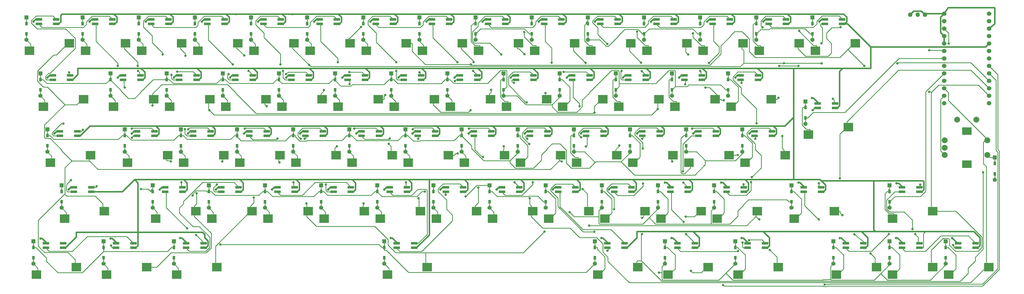
<source format=gbl>
G04 #@! TF.GenerationSoftware,KiCad,Pcbnew,(5.1.12)-1*
G04 #@! TF.CreationDate,2022-12-17T21:00:28+09:00*
G04 #@! TF.ProjectId,jtnk67,6a746e6b-3637-42e6-9b69-6361645f7063,rev?*
G04 #@! TF.SameCoordinates,Original*
G04 #@! TF.FileFunction,Copper,L2,Bot*
G04 #@! TF.FilePolarity,Positive*
%FSLAX46Y46*%
G04 Gerber Fmt 4.6, Leading zero omitted, Abs format (unit mm)*
G04 Created by KiCad (PCBNEW (5.1.12)-1) date 2022-12-17 21:00:28*
%MOMM*%
%LPD*%
G01*
G04 APERTURE LIST*
G04 #@! TA.AperFunction,SMDPad,CuDef*
%ADD10R,3.300000X3.000000*%
G04 #@! TD*
G04 #@! TA.AperFunction,ComponentPad*
%ADD11C,1.524000*%
G04 #@! TD*
G04 #@! TA.AperFunction,ComponentPad*
%ADD12C,2.000000*%
G04 #@! TD*
G04 #@! TA.AperFunction,ComponentPad*
%ADD13R,3.200000X2.500000*%
G04 #@! TD*
G04 #@! TA.AperFunction,SMDPad,CuDef*
%ADD14R,2.200000X0.820000*%
G04 #@! TD*
G04 #@! TA.AperFunction,ComponentPad*
%ADD15O,1.500000X1.500000*%
G04 #@! TD*
G04 #@! TA.AperFunction,ComponentPad*
%ADD16C,1.397000*%
G04 #@! TD*
G04 #@! TA.AperFunction,ComponentPad*
%ADD17R,1.397000X1.397000*%
G04 #@! TD*
G04 #@! TA.AperFunction,SMDPad,CuDef*
%ADD18R,0.950000X1.300000*%
G04 #@! TD*
G04 #@! TA.AperFunction,ViaPad*
%ADD19C,0.800000*%
G04 #@! TD*
G04 #@! TA.AperFunction,Conductor*
%ADD20C,0.250000*%
G04 #@! TD*
G04 #@! TA.AperFunction,Conductor*
%ADD21C,0.500000*%
G04 #@! TD*
G04 APERTURE END LIST*
D10*
X300294000Y-59690000D03*
X286794000Y-62230000D03*
X157419000Y-107315000D03*
X143919000Y-109855000D03*
D11*
X348082600Y-23622000D03*
X348082600Y-26162000D03*
X348082600Y-28702000D03*
X348082600Y-31242000D03*
X348082600Y-33782000D03*
X348082600Y-36322000D03*
X348082600Y-38862000D03*
X348082600Y-41402000D03*
X348082600Y-43942000D03*
X348082600Y-46482000D03*
X348082600Y-49022000D03*
X348082600Y-51562000D03*
X332862600Y-51562000D03*
X332862600Y-49022000D03*
X332862600Y-46482000D03*
X332862600Y-43942000D03*
X332862600Y-41402000D03*
X332862600Y-38862000D03*
X332862600Y-36322000D03*
X332862600Y-33782000D03*
X332862600Y-31242000D03*
X332862600Y-28702000D03*
X332862600Y-26162000D03*
X332862600Y-23622000D03*
X332862600Y-21082000D03*
X348082600Y-21082000D03*
D12*
X337269000Y-57150000D03*
X343769000Y-57150000D03*
X347519000Y-69175000D03*
X347519000Y-64175000D03*
D13*
X340519000Y-72275000D03*
X340519000Y-61075000D03*
D12*
X333019000Y-69175000D03*
X333019000Y-66675000D03*
X333019000Y-64175000D03*
D10*
X334369000Y-109895000D03*
X347969000Y-107355000D03*
X315319000Y-109895000D03*
X328919000Y-107355000D03*
X315319000Y-90845000D03*
X328919000Y-88305000D03*
X289125000Y-33695000D03*
X302725000Y-31155000D03*
X296269000Y-109895000D03*
X309869000Y-107355000D03*
X295581000Y-88305000D03*
X281981000Y-90845000D03*
X270075000Y-33695000D03*
X283675000Y-31155000D03*
X265312000Y-71795000D03*
X278912000Y-69255000D03*
X260550000Y-52745000D03*
X274150000Y-50205000D03*
X251025000Y-33695000D03*
X264625000Y-31155000D03*
X262931000Y-109895000D03*
X276531000Y-107355000D03*
X255788000Y-90845000D03*
X269388000Y-88305000D03*
X246262000Y-71795000D03*
X259862000Y-69255000D03*
X241500000Y-52745000D03*
X255100000Y-50205000D03*
X231975000Y-33695000D03*
X245575000Y-31155000D03*
X239119000Y-109895000D03*
X252719000Y-107355000D03*
X236738000Y-90845000D03*
X250338000Y-88305000D03*
X227212000Y-71795000D03*
X240812000Y-69255000D03*
X222450000Y-52745000D03*
X236050000Y-50205000D03*
X212925000Y-33695000D03*
X226525000Y-31155000D03*
X215306000Y-109895000D03*
X228906000Y-107355000D03*
X217688000Y-90845000D03*
X231288000Y-88305000D03*
X208162000Y-71795000D03*
X221762000Y-69255000D03*
X203400000Y-52745000D03*
X217000000Y-50205000D03*
X193875000Y-33695000D03*
X207475000Y-31155000D03*
X198638000Y-90845000D03*
X212238000Y-88305000D03*
X189112000Y-71795000D03*
X202712000Y-69255000D03*
X184350000Y-52745000D03*
X197950000Y-50205000D03*
X174825000Y-33695000D03*
X188425000Y-31155000D03*
X179588000Y-90845000D03*
X193188000Y-88305000D03*
X170062000Y-71795000D03*
X183662000Y-69255000D03*
X165300000Y-52745000D03*
X178900000Y-50205000D03*
X155775000Y-33695000D03*
X169375000Y-31155000D03*
X160538000Y-90845000D03*
X174138000Y-88305000D03*
X151012000Y-71795000D03*
X164612000Y-69255000D03*
X146250000Y-52745000D03*
X159850000Y-50205000D03*
X136725000Y-33695000D03*
X150325000Y-31155000D03*
X141488000Y-90845000D03*
X155088000Y-88305000D03*
X131962000Y-71795000D03*
X145562000Y-69255000D03*
X127200000Y-52745000D03*
X140800000Y-50205000D03*
X117675000Y-33695000D03*
X131275000Y-31155000D03*
X122438000Y-90845000D03*
X136038000Y-88305000D03*
X112912000Y-71795000D03*
X126512000Y-69255000D03*
X108150000Y-52745000D03*
X121750000Y-50205000D03*
X98625000Y-33695000D03*
X112225000Y-31155000D03*
X103388000Y-90845000D03*
X116988000Y-88305000D03*
X93862000Y-71795000D03*
X107462000Y-69255000D03*
X89100000Y-52745000D03*
X102700000Y-50205000D03*
X79575000Y-33695000D03*
X93175000Y-31155000D03*
X72431200Y-109895000D03*
X86031200Y-107355000D03*
X84337500Y-90845000D03*
X97937500Y-88305000D03*
X74812500Y-71795000D03*
X88412500Y-69255000D03*
X70050000Y-52745000D03*
X83650000Y-50205000D03*
X60525000Y-33695000D03*
X74125000Y-31155000D03*
X48618800Y-109895000D03*
X62218800Y-107355000D03*
X65287500Y-90845000D03*
X78887500Y-88305000D03*
X55762500Y-71795000D03*
X69362500Y-69255000D03*
X51000000Y-52745000D03*
X64600000Y-50205000D03*
X41475000Y-33695000D03*
X55075000Y-31155000D03*
X24806200Y-109895000D03*
X38406200Y-107355000D03*
X34381200Y-90805000D03*
X47881200Y-88265000D03*
X43168800Y-69255000D03*
X29568800Y-71795000D03*
X40787500Y-50205000D03*
X27187500Y-52745000D03*
X22425000Y-33695000D03*
X36025000Y-31155000D03*
D14*
X28006200Y-100762000D03*
X28006200Y-99262000D03*
X33906200Y-99262000D03*
X33906200Y-100762000D03*
X51818800Y-100762000D03*
X51818800Y-99262000D03*
X57718800Y-99262000D03*
X57718800Y-100762000D03*
X37531200Y-81712500D03*
X37531200Y-80212500D03*
X43431200Y-80212500D03*
X43431200Y-81712500D03*
X32768800Y-62662500D03*
X32768800Y-61162500D03*
X38668800Y-61162500D03*
X38668800Y-62662500D03*
X30387500Y-43612500D03*
X30387500Y-42112500D03*
X36287500Y-42112500D03*
X36287500Y-43612500D03*
X25625000Y-24562500D03*
X25625000Y-23062500D03*
X31525000Y-23062500D03*
X31525000Y-24562500D03*
X44675000Y-24562500D03*
X44675000Y-23062500D03*
X50575000Y-23062500D03*
X50575000Y-24562500D03*
X54200000Y-43612500D03*
X54200000Y-42112500D03*
X60100000Y-42112500D03*
X60100000Y-43612500D03*
X58962500Y-62662500D03*
X58962500Y-61162500D03*
X64862500Y-61162500D03*
X64862500Y-62662500D03*
X68487500Y-81712500D03*
X68487500Y-80212500D03*
X74387500Y-80212500D03*
X74387500Y-81712500D03*
X75631200Y-100762000D03*
X75631200Y-99262000D03*
X81531200Y-99262000D03*
X81531200Y-100762000D03*
X87537500Y-81712500D03*
X87537500Y-80212500D03*
X93437500Y-80212500D03*
X93437500Y-81712500D03*
X78012500Y-62662500D03*
X78012500Y-61162500D03*
X83912500Y-61162500D03*
X83912500Y-62662500D03*
X73250000Y-43612500D03*
X73250000Y-42112500D03*
X79150000Y-42112500D03*
X79150000Y-43612500D03*
X63725000Y-24562500D03*
X63725000Y-23062500D03*
X69625000Y-23062500D03*
X69625000Y-24562500D03*
X82775000Y-24562500D03*
X82775000Y-23062500D03*
X88675000Y-23062500D03*
X88675000Y-24562500D03*
X92300000Y-43612500D03*
X92300000Y-42112500D03*
X98200000Y-42112500D03*
X98200000Y-43612500D03*
X97062000Y-62662500D03*
X97062000Y-61162500D03*
X102962000Y-61162500D03*
X102962000Y-62662500D03*
X106588000Y-81712500D03*
X106588000Y-80212500D03*
X112488000Y-80212500D03*
X112488000Y-81712500D03*
X125638000Y-81712500D03*
X125638000Y-80212500D03*
X131538000Y-80212500D03*
X131538000Y-81712500D03*
X116112000Y-62662500D03*
X116112000Y-61162500D03*
X122012000Y-61162500D03*
X122012000Y-62662500D03*
X111350000Y-43612500D03*
X111350000Y-42112500D03*
X117250000Y-42112500D03*
X117250000Y-43612500D03*
X101825000Y-24562500D03*
X101825000Y-23062500D03*
X107725000Y-23062500D03*
X107725000Y-24562500D03*
X120875000Y-24562500D03*
X120875000Y-23062500D03*
X126775000Y-23062500D03*
X126775000Y-24562500D03*
X130400000Y-43612500D03*
X130400000Y-42112500D03*
X136300000Y-42112500D03*
X136300000Y-43612500D03*
X135162000Y-62662500D03*
X135162000Y-61162500D03*
X141062000Y-61162500D03*
X141062000Y-62662500D03*
X144688000Y-81712500D03*
X144688000Y-80212500D03*
X150588000Y-80212500D03*
X150588000Y-81712500D03*
X147069000Y-100762000D03*
X147069000Y-99262000D03*
X152969000Y-99262000D03*
X152969000Y-100762000D03*
X163738000Y-81712500D03*
X163738000Y-80212500D03*
X169638000Y-80212500D03*
X169638000Y-81712500D03*
X154212000Y-62662500D03*
X154212000Y-61162500D03*
X160112000Y-61162500D03*
X160112000Y-62662500D03*
X149450000Y-43612500D03*
X149450000Y-42112500D03*
X155350000Y-42112500D03*
X155350000Y-43612500D03*
X139925000Y-24562500D03*
X139925000Y-23062500D03*
X145825000Y-23062500D03*
X145825000Y-24562500D03*
X158975000Y-24562500D03*
X158975000Y-23062500D03*
X164875000Y-23062500D03*
X164875000Y-24562500D03*
X168500000Y-43612500D03*
X168500000Y-42112500D03*
X174400000Y-42112500D03*
X174400000Y-43612500D03*
X173262000Y-62662500D03*
X173262000Y-61162500D03*
X179162000Y-61162500D03*
X179162000Y-62662500D03*
X182788000Y-81712500D03*
X182788000Y-80212500D03*
X188688000Y-80212500D03*
X188688000Y-81712500D03*
X192312000Y-62662500D03*
X192312000Y-61162500D03*
X198212000Y-61162500D03*
X198212000Y-62662500D03*
X187550000Y-43612500D03*
X187550000Y-42112500D03*
X193450000Y-42112500D03*
X193450000Y-43612500D03*
X178025000Y-24562500D03*
X178025000Y-23062500D03*
X183925000Y-23062500D03*
X183925000Y-24562500D03*
X197075000Y-24562500D03*
X197075000Y-23062500D03*
X202975000Y-23062500D03*
X202975000Y-24562500D03*
X206600000Y-43612500D03*
X206600000Y-42112500D03*
X212500000Y-42112500D03*
X212500000Y-43612500D03*
X211362000Y-62662500D03*
X211362000Y-61162500D03*
X217262000Y-61162500D03*
X217262000Y-62662500D03*
X201838000Y-81712500D03*
X201838000Y-80212500D03*
X207738000Y-80212500D03*
X207738000Y-81712500D03*
X218506000Y-100762000D03*
X218506000Y-99262000D03*
X224406000Y-99262000D03*
X224406000Y-100762000D03*
X220888000Y-81712500D03*
X220888000Y-80212500D03*
X226788000Y-80212500D03*
X226788000Y-81712500D03*
X230412000Y-62662500D03*
X230412000Y-61162500D03*
X236312000Y-61162500D03*
X236312000Y-62662500D03*
X225650000Y-43612500D03*
X225650000Y-42112500D03*
X231550000Y-42112500D03*
X231550000Y-43612500D03*
X216125000Y-24562500D03*
X216125000Y-23062500D03*
X222025000Y-23062500D03*
X222025000Y-24562500D03*
X235175000Y-24562500D03*
X235175000Y-23062500D03*
X241075000Y-23062500D03*
X241075000Y-24562500D03*
X254225000Y-24562500D03*
X254225000Y-23062500D03*
X260125000Y-23062500D03*
X260125000Y-24562500D03*
X244700000Y-43612500D03*
X244700000Y-42112500D03*
X250600000Y-42112500D03*
X250600000Y-43612500D03*
X249462000Y-62662500D03*
X249462000Y-61162500D03*
X255362000Y-61162500D03*
X255362000Y-62662500D03*
X239938000Y-81712500D03*
X239938000Y-80212500D03*
X245838000Y-80212500D03*
X245838000Y-81712500D03*
X242319000Y-100762000D03*
X242319000Y-99262000D03*
X248219000Y-99262000D03*
X248219000Y-100762000D03*
X266131000Y-100762000D03*
X266131000Y-99262000D03*
X272031000Y-99262000D03*
X272031000Y-100762000D03*
X258988000Y-81712500D03*
X258988000Y-80212500D03*
X264888000Y-80212500D03*
X264888000Y-81712500D03*
X268512000Y-62662500D03*
X268512000Y-61162500D03*
X274412000Y-61162500D03*
X274412000Y-62662500D03*
X263750000Y-43612500D03*
X263750000Y-42112500D03*
X269650000Y-42112500D03*
X269650000Y-43612500D03*
X273275000Y-24562500D03*
X273275000Y-23062500D03*
X279175000Y-23062500D03*
X279175000Y-24562500D03*
X292325000Y-24562500D03*
X292325000Y-23062500D03*
X298225000Y-23062500D03*
X298225000Y-24562500D03*
X289944000Y-53137500D03*
X289944000Y-51637500D03*
X295844000Y-51637500D03*
X295844000Y-53137500D03*
X285181000Y-81712500D03*
X285181000Y-80212500D03*
X291081000Y-80212500D03*
X291081000Y-81712500D03*
X299469000Y-100762000D03*
X299469000Y-99262000D03*
X305369000Y-99262000D03*
X305369000Y-100762000D03*
X318519000Y-81712500D03*
X318519000Y-80212500D03*
X324419000Y-80212500D03*
X324419000Y-81712500D03*
X318519000Y-100762000D03*
X318519000Y-99262000D03*
X324419000Y-99262000D03*
X324419000Y-100762000D03*
X337569000Y-100762000D03*
X337569000Y-99262000D03*
X343469000Y-99262000D03*
X343469000Y-100762000D03*
D15*
X321350000Y-21431200D03*
X323850000Y-21431200D03*
X326350000Y-21431200D03*
D16*
X333375000Y-106204000D03*
D17*
X333375000Y-98584000D03*
D18*
X333375000Y-100619000D03*
X333375000Y-104169000D03*
D16*
X350044000Y-77628800D03*
D17*
X350044000Y-70008800D03*
D18*
X350044000Y-72043800D03*
X350044000Y-75593800D03*
D16*
X314325000Y-106204000D03*
D17*
X314325000Y-98584000D03*
D18*
X314325000Y-100619000D03*
X314325000Y-104169000D03*
D16*
X314325000Y-87153800D03*
D17*
X314325000Y-79533800D03*
D18*
X314325000Y-81568800D03*
X314325000Y-85118800D03*
D16*
X288131000Y-30003800D03*
D17*
X288131000Y-22383800D03*
D18*
X288131000Y-24418800D03*
X288131000Y-27968800D03*
D16*
X295275000Y-106204000D03*
D17*
X295275000Y-98584000D03*
D18*
X295275000Y-100619000D03*
X295275000Y-104169000D03*
D16*
X280988000Y-87153800D03*
D17*
X280988000Y-79533800D03*
D18*
X280988000Y-81568800D03*
X280988000Y-85118800D03*
D16*
X285750000Y-58578800D03*
D17*
X285750000Y-50958800D03*
D18*
X285750000Y-52993800D03*
X285750000Y-56543800D03*
D16*
X269081000Y-30003800D03*
D17*
X269081000Y-22383800D03*
D18*
X269081000Y-24418800D03*
X269081000Y-27968800D03*
D16*
X264319000Y-68103800D03*
D17*
X264319000Y-60483800D03*
D18*
X264319000Y-62518800D03*
X264319000Y-66068800D03*
D16*
X259556000Y-49053800D03*
D17*
X259556000Y-41433800D03*
D18*
X259556000Y-43468800D03*
X259556000Y-47018800D03*
D16*
X250031000Y-30003800D03*
D17*
X250031000Y-22383800D03*
D18*
X250031000Y-24418800D03*
X250031000Y-27968800D03*
D16*
X261938000Y-106204000D03*
D17*
X261938000Y-98584000D03*
D18*
X261938000Y-100619000D03*
X261938000Y-104169000D03*
D16*
X254794000Y-87153800D03*
D17*
X254794000Y-79533800D03*
D18*
X254794000Y-81568800D03*
X254794000Y-85118800D03*
D16*
X245269000Y-68103800D03*
D17*
X245269000Y-60483800D03*
D18*
X245269000Y-62518800D03*
X245269000Y-66068800D03*
D16*
X240506000Y-49053800D03*
D17*
X240506000Y-41433800D03*
D18*
X240506000Y-43468800D03*
X240506000Y-47018800D03*
D16*
X230981000Y-30003800D03*
D17*
X230981000Y-22383800D03*
D18*
X230981000Y-24418800D03*
X230981000Y-27968800D03*
D16*
X238125000Y-106204000D03*
D17*
X238125000Y-98584000D03*
D18*
X238125000Y-100619000D03*
X238125000Y-104169000D03*
D16*
X235744000Y-87153800D03*
D17*
X235744000Y-79533800D03*
D18*
X235744000Y-81568800D03*
X235744000Y-85118800D03*
D16*
X226219000Y-68103800D03*
D17*
X226219000Y-60483800D03*
D18*
X226219000Y-62518800D03*
X226219000Y-66068800D03*
D16*
X221456000Y-49053800D03*
D17*
X221456000Y-41433800D03*
D18*
X221456000Y-43468800D03*
X221456000Y-47018800D03*
D16*
X211931000Y-30003800D03*
D17*
X211931000Y-22383800D03*
D18*
X211931000Y-24418800D03*
X211931000Y-27968800D03*
D16*
X214312000Y-106204000D03*
D17*
X214312000Y-98584000D03*
D18*
X214312000Y-100619000D03*
X214312000Y-104169000D03*
D16*
X216694000Y-87153800D03*
D17*
X216694000Y-79533800D03*
D18*
X216694000Y-81568800D03*
X216694000Y-85118800D03*
D16*
X207169000Y-68103800D03*
D17*
X207169000Y-60483800D03*
D18*
X207169000Y-62518800D03*
X207169000Y-66068800D03*
D16*
X202406000Y-49053800D03*
D17*
X202406000Y-41433800D03*
D18*
X202406000Y-43468800D03*
X202406000Y-47018800D03*
D16*
X192881000Y-30003800D03*
D17*
X192881000Y-22383800D03*
D18*
X192881000Y-24418800D03*
X192881000Y-27968800D03*
D16*
X197644000Y-87153800D03*
D17*
X197644000Y-79533800D03*
D18*
X197644000Y-81568800D03*
X197644000Y-85118800D03*
D16*
X188119000Y-68103800D03*
D17*
X188119000Y-60483800D03*
D18*
X188119000Y-62518800D03*
X188119000Y-66068800D03*
D16*
X183356000Y-49053800D03*
D17*
X183356000Y-41433800D03*
D18*
X183356000Y-43468800D03*
X183356000Y-47018800D03*
D16*
X173831000Y-30003800D03*
D17*
X173831000Y-22383800D03*
D18*
X173831000Y-24418800D03*
X173831000Y-27968800D03*
D16*
X178594000Y-87153800D03*
D17*
X178594000Y-79533800D03*
D18*
X178594000Y-81568800D03*
X178594000Y-85118800D03*
D16*
X169069000Y-68103800D03*
D17*
X169069000Y-60483800D03*
D18*
X169069000Y-62518800D03*
X169069000Y-66068800D03*
D16*
X164306000Y-49053800D03*
D17*
X164306000Y-41433800D03*
D18*
X164306000Y-43468800D03*
X164306000Y-47018800D03*
D16*
X154781000Y-30003800D03*
D17*
X154781000Y-22383800D03*
D18*
X154781000Y-24418800D03*
X154781000Y-27968800D03*
D16*
X159544000Y-87153800D03*
D17*
X159544000Y-79533800D03*
D18*
X159544000Y-81568800D03*
X159544000Y-85118800D03*
D16*
X150019000Y-68103800D03*
D17*
X150019000Y-60483800D03*
D18*
X150019000Y-62518800D03*
X150019000Y-66068800D03*
D16*
X145256000Y-49053800D03*
D17*
X145256000Y-41433800D03*
D18*
X145256000Y-43468800D03*
X145256000Y-47018800D03*
D16*
X135731000Y-30003800D03*
D17*
X135731000Y-22383800D03*
D18*
X135731000Y-24418800D03*
X135731000Y-27968800D03*
D16*
X140494000Y-87153800D03*
D17*
X140494000Y-79533800D03*
D18*
X140494000Y-81568800D03*
X140494000Y-85118800D03*
D16*
X130969000Y-68103800D03*
D17*
X130969000Y-60483800D03*
D18*
X130969000Y-62518800D03*
X130969000Y-66068800D03*
D16*
X126206000Y-49053800D03*
D17*
X126206000Y-41433800D03*
D18*
X126206000Y-43468800D03*
X126206000Y-47018800D03*
D16*
X116681000Y-30003800D03*
D17*
X116681000Y-22383800D03*
D18*
X116681000Y-24418800D03*
X116681000Y-27968800D03*
D16*
X121444000Y-87153800D03*
D17*
X121444000Y-79533800D03*
D18*
X121444000Y-81568800D03*
X121444000Y-85118800D03*
D16*
X111919000Y-68103800D03*
D17*
X111919000Y-60483800D03*
D18*
X111919000Y-62518800D03*
X111919000Y-66068800D03*
D16*
X107156000Y-49053800D03*
D17*
X107156000Y-41433800D03*
D18*
X107156000Y-43468800D03*
X107156000Y-47018800D03*
D16*
X97631200Y-30003800D03*
D17*
X97631200Y-22383800D03*
D18*
X97631200Y-24418800D03*
X97631200Y-27968800D03*
D16*
X142875000Y-106204000D03*
D17*
X142875000Y-98584000D03*
D18*
X142875000Y-100619000D03*
X142875000Y-104169000D03*
D16*
X102394000Y-87153800D03*
D17*
X102394000Y-79533800D03*
D18*
X102394000Y-81568800D03*
X102394000Y-85118800D03*
D16*
X92868800Y-68103800D03*
D17*
X92868800Y-60483800D03*
D18*
X92868800Y-62518800D03*
X92868800Y-66068800D03*
D16*
X88106200Y-49053800D03*
D17*
X88106200Y-41433800D03*
D18*
X88106200Y-43468800D03*
X88106200Y-47018800D03*
D16*
X78581200Y-30003800D03*
D17*
X78581200Y-22383800D03*
D18*
X78581200Y-24418800D03*
X78581200Y-27968800D03*
D16*
X71437500Y-106204000D03*
D17*
X71437500Y-98584000D03*
D18*
X71437500Y-100619000D03*
X71437500Y-104169000D03*
D16*
X83343800Y-87153800D03*
D17*
X83343800Y-79533800D03*
D18*
X83343800Y-81568800D03*
X83343800Y-85118800D03*
D16*
X73818800Y-68103800D03*
D17*
X73818800Y-60483800D03*
D18*
X73818800Y-62518800D03*
X73818800Y-66068800D03*
D16*
X69056200Y-49053800D03*
D17*
X69056200Y-41433800D03*
D18*
X69056200Y-43468800D03*
X69056200Y-47018800D03*
D16*
X59531200Y-30003800D03*
D17*
X59531200Y-22383800D03*
D18*
X59531200Y-24418800D03*
X59531200Y-27968800D03*
D16*
X47625000Y-106204000D03*
D17*
X47625000Y-98584000D03*
D18*
X47625000Y-100619000D03*
X47625000Y-104169000D03*
D16*
X64293800Y-87153800D03*
D17*
X64293800Y-79533800D03*
D18*
X64293800Y-81568800D03*
X64293800Y-85118800D03*
D16*
X54768800Y-68103800D03*
D17*
X54768800Y-60483800D03*
D18*
X54768800Y-62518800D03*
X54768800Y-66068800D03*
D16*
X50006200Y-49053800D03*
D17*
X50006200Y-41433800D03*
D18*
X50006200Y-43468800D03*
X50006200Y-47018800D03*
D16*
X40481200Y-30003800D03*
D17*
X40481200Y-22383800D03*
D18*
X40481200Y-24418800D03*
X40481200Y-27968800D03*
D16*
X23812500Y-106204000D03*
D17*
X23812500Y-98584000D03*
D18*
X23812500Y-100619000D03*
X23812500Y-104169000D03*
D16*
X33337500Y-87153800D03*
D17*
X33337500Y-79533800D03*
D18*
X33337500Y-81568800D03*
X33337500Y-85118800D03*
D16*
X28575000Y-68103800D03*
D17*
X28575000Y-60483800D03*
D18*
X28575000Y-62518800D03*
X28575000Y-66068800D03*
D16*
X26193800Y-49053800D03*
D17*
X26193800Y-41433800D03*
D18*
X26193800Y-43468800D03*
X26193800Y-47018800D03*
D16*
X21431200Y-30003800D03*
D17*
X21431200Y-22383800D03*
D18*
X21431200Y-24418800D03*
X21431200Y-27968800D03*
D19*
X327722800Y-33532600D03*
X283418300Y-38813000D03*
X276872300Y-38813000D03*
X156654900Y-81572600D03*
X205776300Y-88606400D03*
X170437200Y-83340300D03*
X77785400Y-82945600D03*
X60312600Y-80788000D03*
X87247500Y-99620000D03*
X236100200Y-109249800D03*
X190338800Y-27340800D03*
X228603600Y-27148600D03*
X247610100Y-27745200D03*
X283634900Y-26924200D03*
X23812500Y-23812500D03*
X28575000Y-42862500D03*
X30956200Y-61912500D03*
X35718800Y-80962500D03*
X42862500Y-23812500D03*
X52387500Y-42862500D03*
X57150000Y-61912500D03*
X66675000Y-80962500D03*
X61912500Y-23812500D03*
X71437500Y-42862500D03*
X76200000Y-61912500D03*
X85725000Y-80962500D03*
X80962500Y-23812500D03*
X90487500Y-42862500D03*
X95250000Y-61912500D03*
X104775000Y-80962500D03*
X100012000Y-23812500D03*
X109538000Y-42862500D03*
X114300000Y-61912500D03*
X123825000Y-80962500D03*
X119062000Y-23812500D03*
X128588000Y-42862500D03*
X133350000Y-61912500D03*
X142875000Y-80962500D03*
X138112000Y-23812500D03*
X147638000Y-42862500D03*
X152400000Y-61912500D03*
X161925000Y-80962500D03*
X157162000Y-23812500D03*
X166688000Y-42862500D03*
X171450000Y-61912500D03*
X180975000Y-80962500D03*
X176212000Y-23812500D03*
X185738000Y-42862500D03*
X190500000Y-61912500D03*
X200025000Y-80962500D03*
X195262000Y-23812500D03*
X204788000Y-42862500D03*
X209550000Y-61912500D03*
X219075000Y-80962500D03*
X214312000Y-23812500D03*
X223838000Y-42862500D03*
X228600000Y-61912500D03*
X233362000Y-23812500D03*
X252412000Y-23812500D03*
X242888000Y-42862500D03*
X271462000Y-23812500D03*
X261938000Y-42862500D03*
X247650000Y-61912500D03*
X266700000Y-61912500D03*
X238125000Y-78581200D03*
X257175000Y-78581200D03*
X290512000Y-23812500D03*
X287935000Y-49810200D03*
X283369000Y-78581200D03*
X316706000Y-78802500D03*
X335560000Y-97435200D03*
X316510000Y-97435200D03*
X297460000Y-97435200D03*
X264123000Y-97435200D03*
X240310000Y-97435200D03*
X216498000Y-97435200D03*
X145060000Y-97435200D03*
X73622700Y-97435200D03*
X50006200Y-97631200D03*
X26193800Y-97631200D03*
X335850300Y-99777100D03*
X322065100Y-94370000D03*
X322982000Y-96113800D03*
X314062300Y-96102200D03*
X324674900Y-79201500D03*
X290323600Y-91084900D03*
X302354200Y-96137600D03*
X288250300Y-53953800D03*
X290324200Y-78817500D03*
X291145000Y-31161900D03*
X295110500Y-50028700D03*
X264100000Y-44634900D03*
X271174900Y-25714100D03*
X268728500Y-63700100D03*
X269193300Y-58448300D03*
X267347400Y-78432900D03*
X267563600Y-76729400D03*
X264413100Y-98980000D03*
X264790700Y-79189100D03*
X262926300Y-101835500D03*
X266596400Y-98165400D03*
X244475000Y-91936000D03*
X245238600Y-96117500D03*
X244229400Y-74781800D03*
X244333100Y-78597500D03*
X244950200Y-45121400D03*
X247315200Y-60206100D03*
X253001000Y-37870600D03*
X250053900Y-40541900D03*
X223402100Y-40538900D03*
X218547100Y-31413000D03*
X230353300Y-63684000D03*
X230193600Y-40646000D03*
X230554400Y-66938100D03*
X230633800Y-78874000D03*
X218550900Y-101785400D03*
X220813800Y-87652100D03*
X211253500Y-66324400D03*
X214114000Y-95286700D03*
X209171000Y-52581800D03*
X209654700Y-63169600D03*
X199692300Y-37712100D03*
X203727800Y-40864400D03*
X186872100Y-44629600D03*
X182560000Y-34970000D03*
X191354800Y-63682100D03*
X191228200Y-51300400D03*
X192057800Y-65424900D03*
X193199300Y-78461700D03*
X176395900Y-69861300D03*
X187030800Y-78445000D03*
X166779400Y-44057100D03*
X171576200Y-60206100D03*
X167617300Y-37558300D03*
X172985900Y-40579100D03*
X146902000Y-40539900D03*
X146902000Y-37556200D03*
X154335200Y-63681500D03*
X154770200Y-41090100D03*
X152458400Y-60426500D03*
X163710200Y-82742600D03*
X144714900Y-63557700D03*
X150212200Y-78435900D03*
X131054000Y-45006500D03*
X132710400Y-60211900D03*
X127092000Y-37561200D03*
X131030100Y-40937100D03*
X108486400Y-40555800D03*
X107663000Y-38345000D03*
X115834300Y-63687600D03*
X109518200Y-41665700D03*
X123033200Y-79266300D03*
X114480900Y-63693500D03*
X106567200Y-63592100D03*
X112040200Y-78436500D03*
X90022100Y-41657600D03*
X95520400Y-60214400D03*
X91462000Y-38355200D03*
X96793700Y-40541900D03*
X70608000Y-41896300D03*
X67662000Y-34970000D03*
X75215200Y-60382000D03*
X72553200Y-40817700D03*
X76313100Y-60470400D03*
X86034800Y-79202300D03*
X75933400Y-94168900D03*
X79019400Y-96398700D03*
X57260700Y-63312400D03*
X74039600Y-78454200D03*
X54824600Y-46228200D03*
X57149900Y-60187200D03*
X52447200Y-38822400D03*
X59305500Y-40541900D03*
X35937500Y-41090800D03*
X33976900Y-58531200D03*
X36472000Y-77724000D03*
X40540000Y-60634700D03*
X50110800Y-99947800D03*
X45201100Y-79829000D03*
X190437200Y-34864900D03*
X210145500Y-80774800D03*
X197500000Y-48082500D03*
X203082600Y-71361700D03*
X59191500Y-38825300D03*
X64150000Y-52305300D03*
X230295300Y-96108000D03*
X346023000Y-75092700D03*
X222589800Y-65967600D03*
X214256000Y-54770000D03*
X79197200Y-82176400D03*
X70415300Y-71364200D03*
X211180500Y-37852400D03*
X230295300Y-90624600D03*
X257838000Y-113406700D03*
X229991000Y-37714000D03*
X75383900Y-35397700D03*
X83510000Y-53903500D03*
X235607600Y-53536500D03*
X240540700Y-71361900D03*
X98569500Y-83640600D03*
X246875900Y-108650700D03*
X245103900Y-90135500D03*
X87862800Y-71395600D03*
X245952000Y-34970000D03*
X251812500Y-46209300D03*
X270088700Y-91097500D03*
X262822800Y-69132200D03*
X258062800Y-50498600D03*
X292283800Y-113258800D03*
X197228000Y-95246300D03*
X212388300Y-93193400D03*
X273686000Y-101509700D03*
X95316800Y-35320100D03*
X102932000Y-52536900D03*
X116402500Y-85637500D03*
X107292500Y-71672500D03*
X316959000Y-38030600D03*
X291229100Y-38030600D03*
X278444100Y-37886000D03*
X122362000Y-47099400D03*
X117351800Y-38542400D03*
X277921000Y-62690000D03*
X276617700Y-49713200D03*
X135832500Y-85637500D03*
X126740000Y-66212500D03*
X154473800Y-83921700D03*
X143154000Y-48767500D03*
X297458000Y-77089500D03*
X307850500Y-102688400D03*
X298335000Y-89694900D03*
X297726400Y-25605500D03*
X144336900Y-65392100D03*
X134931600Y-25600000D03*
X327740700Y-47693400D03*
X305706500Y-38821100D03*
X172178100Y-53894100D03*
X172183800Y-38310500D03*
X174754800Y-80262600D03*
X167772700Y-68672800D03*
X192182100Y-83926800D03*
X179054500Y-46946400D03*
X173194900Y-37551400D03*
X183416500Y-66212500D03*
X334360800Y-31223700D03*
D20*
X21431200Y-30003800D02*
X22875000Y-31447600D01*
X22875000Y-31447600D02*
X22875000Y-33695000D01*
X21431200Y-27968800D02*
X21431200Y-30003800D01*
X173831000Y-27968800D02*
X175550200Y-26249600D01*
X175550200Y-26249600D02*
X190361500Y-26249600D01*
X190361500Y-26249600D02*
X192080700Y-27968800D01*
X173831000Y-27968800D02*
X173831000Y-30003800D01*
X192881000Y-27968800D02*
X192080700Y-27968800D01*
X327722800Y-33532600D02*
X332613200Y-33532600D01*
X332613200Y-33532600D02*
X332862600Y-33782000D01*
X211931000Y-30003800D02*
X215996000Y-30003800D01*
X215996000Y-30003800D02*
X218138200Y-32146000D01*
X218138200Y-32146000D02*
X218848600Y-32146000D01*
X218848600Y-32146000D02*
X222322200Y-28672400D01*
X222322200Y-28672400D02*
X222322200Y-28524800D01*
X222322200Y-28524800D02*
X224434300Y-26412700D01*
X224434300Y-26412700D02*
X228924700Y-26412700D01*
X228924700Y-26412700D02*
X230180700Y-27668700D01*
X230180700Y-27668700D02*
X230180700Y-27968800D01*
X211931000Y-27968800D02*
X211931000Y-30003800D01*
X230981000Y-27968800D02*
X230180700Y-27968800D01*
X192881000Y-30003800D02*
X192881000Y-27968800D01*
X269081000Y-27968800D02*
X270574900Y-26474900D01*
X270574900Y-26474900D02*
X273462600Y-26474900D01*
X273462600Y-26474900D02*
X273744000Y-26193500D01*
X273744000Y-26193500D02*
X285555400Y-26193500D01*
X285555400Y-26193500D02*
X287330700Y-27968800D01*
X269081000Y-27968800D02*
X269081000Y-30003800D01*
X288131000Y-27968800D02*
X287330700Y-27968800D01*
X230981000Y-30003800D02*
X230981000Y-27968800D01*
X250031000Y-27968800D02*
X249230700Y-27968800D01*
X230981000Y-27968800D02*
X232743600Y-26206200D01*
X232743600Y-26206200D02*
X247468100Y-26206200D01*
X247468100Y-26206200D02*
X249230700Y-27968800D01*
X116681000Y-24418800D02*
X116681000Y-22383800D01*
X288131000Y-27968800D02*
X288131000Y-30003800D01*
X250031000Y-27968800D02*
X250031000Y-30003800D01*
X154781000Y-22383800D02*
X154781000Y-24418800D01*
X135731000Y-24418800D02*
X135731000Y-22383800D01*
X97631200Y-22383800D02*
X97631200Y-24418800D01*
X78581200Y-24418800D02*
X78581200Y-22383800D01*
X59531200Y-24418800D02*
X59531200Y-22383800D01*
X40481200Y-24418800D02*
X40481200Y-22383800D01*
X21431200Y-24418800D02*
X21431200Y-22383800D01*
X26193800Y-49053800D02*
X27637500Y-50497500D01*
X27637500Y-50497500D02*
X27637500Y-52745000D01*
X26193800Y-47018800D02*
X26193800Y-49053800D01*
X285750000Y-56543800D02*
X286550300Y-56543800D01*
X286550300Y-56543800D02*
X288373700Y-54720400D01*
X288373700Y-54720400D02*
X299145700Y-54720400D01*
X299145700Y-54720400D02*
X317544100Y-36322000D01*
X317544100Y-36322000D02*
X332862600Y-36322000D01*
X285750000Y-58578800D02*
X285750000Y-56543800D01*
X283418300Y-38813000D02*
X276872300Y-38813000D01*
X241550100Y-45855000D02*
X241550100Y-45974700D01*
X241550100Y-45974700D02*
X240506000Y-47018800D01*
X222518100Y-44850300D02*
X234995400Y-44850300D01*
X234995400Y-44850300D02*
X239435800Y-40409900D01*
X239435800Y-40409900D02*
X241409600Y-40409900D01*
X241409600Y-40409900D02*
X241550100Y-40550400D01*
X241550100Y-40550400D02*
X241550100Y-45855000D01*
X258755700Y-47018800D02*
X256984800Y-45247900D01*
X256984800Y-45247900D02*
X246231200Y-45247900D01*
X246231200Y-45247900D02*
X245624100Y-45855000D01*
X245624100Y-45855000D02*
X241550100Y-45855000D01*
X222518100Y-44850300D02*
X222518100Y-45956700D01*
X222518100Y-45956700D02*
X221456000Y-47018800D01*
X199814700Y-52030400D02*
X199814700Y-52779800D01*
X199814700Y-52779800D02*
X201617300Y-54582400D01*
X201617300Y-54582400D02*
X208196200Y-54582400D01*
X208196200Y-54582400D02*
X210025700Y-52752900D01*
X210025700Y-52752900D02*
X210025700Y-50535000D01*
X210025700Y-50535000D02*
X212430700Y-48130000D01*
X212430700Y-48130000D02*
X212430700Y-47940600D01*
X212430700Y-47940600D02*
X219961400Y-40409900D01*
X219961400Y-40409900D02*
X222293800Y-40409900D01*
X222293800Y-40409900D02*
X222518100Y-40634200D01*
X222518100Y-40634200D02*
X222518100Y-44850300D01*
X259556000Y-47018800D02*
X258755700Y-47018800D01*
X49906200Y-43468800D02*
X50006200Y-43368800D01*
X50006200Y-43368800D02*
X50006200Y-41433800D01*
X49906200Y-43468800D02*
X49806200Y-43468800D01*
X50006200Y-43468800D02*
X49906200Y-43468800D01*
X26193800Y-43468800D02*
X26994100Y-43468800D01*
X26994100Y-43468800D02*
X28334000Y-44808700D01*
X28334000Y-44808700D02*
X48466300Y-44808700D01*
X48466300Y-44808700D02*
X49806200Y-43468800D01*
X26193800Y-41433800D02*
X26193800Y-43468800D01*
X144855900Y-43468800D02*
X145256000Y-43068700D01*
X145256000Y-43068700D02*
X145256000Y-41433800D01*
X144855900Y-43468800D02*
X144455700Y-43468800D01*
X145256000Y-43468800D02*
X144855900Y-43468800D01*
X125805900Y-43468800D02*
X128073700Y-45736600D01*
X128073700Y-45736600D02*
X131541200Y-45736600D01*
X131541200Y-45736600D02*
X132082400Y-45195400D01*
X132082400Y-45195400D02*
X142729100Y-45195400D01*
X142729100Y-45195400D02*
X144455700Y-43468800D01*
X125805900Y-43468800D02*
X125405700Y-43468800D01*
X126206000Y-43468800D02*
X125805900Y-43468800D01*
X88106200Y-43468800D02*
X87305900Y-43468800D01*
X69056200Y-43468800D02*
X69856500Y-43468800D01*
X69856500Y-43468800D02*
X71175600Y-44787900D01*
X71175600Y-44787900D02*
X85986800Y-44787900D01*
X85986800Y-44787900D02*
X87305900Y-43468800D01*
X69056200Y-41433800D02*
X69056200Y-43468800D01*
X164306000Y-43468800D02*
X163505700Y-43468800D01*
X145256000Y-43468800D02*
X146056300Y-43468800D01*
X146056300Y-43468800D02*
X147413200Y-44825700D01*
X147413200Y-44825700D02*
X162148800Y-44825700D01*
X162148800Y-44825700D02*
X163505700Y-43468800D01*
X164306000Y-41433800D02*
X164306000Y-43468800D01*
X88106200Y-41433800D02*
X88106200Y-43468800D01*
X88106200Y-43468800D02*
X88906500Y-43468800D01*
X88906500Y-43468800D02*
X90255400Y-44817700D01*
X90255400Y-44817700D02*
X105006800Y-44817700D01*
X105006800Y-44817700D02*
X106355700Y-43468800D01*
X164306000Y-43468800D02*
X165106300Y-43468800D01*
X165106300Y-43468800D02*
X166431700Y-44794200D01*
X166431700Y-44794200D02*
X177901500Y-44794200D01*
X177901500Y-44794200D02*
X182285800Y-40409900D01*
X182285800Y-40409900D02*
X184268900Y-40409900D01*
X184268900Y-40409900D02*
X184381200Y-40522200D01*
X184381200Y-40522200D02*
X184381200Y-45993600D01*
X184381200Y-45993600D02*
X183356000Y-47018800D01*
X240506000Y-47018800D02*
X240506000Y-49053800D01*
X199814700Y-52030400D02*
X190899200Y-52030400D01*
X190899200Y-52030400D02*
X187922600Y-49053800D01*
X187922600Y-49053800D02*
X183356000Y-49053800D01*
X183356000Y-47018800D02*
X183356000Y-49053800D01*
X106755900Y-43468800D02*
X108104800Y-44817700D01*
X108104800Y-44817700D02*
X124056800Y-44817700D01*
X124056800Y-44817700D02*
X125405700Y-43468800D01*
X106755900Y-43468800D02*
X106355700Y-43468800D01*
X107156000Y-43468800D02*
X106755900Y-43468800D01*
X49806200Y-43468800D02*
X53515300Y-47177900D01*
X53515300Y-47177900D02*
X53515300Y-47368000D01*
X53515300Y-47368000D02*
X56102800Y-49955500D01*
X56102800Y-49955500D02*
X58115300Y-49955500D01*
X58115300Y-49955500D02*
X60030700Y-48040100D01*
X60030700Y-48040100D02*
X60030700Y-47917200D01*
X60030700Y-47917200D02*
X64479100Y-43468800D01*
X64479100Y-43468800D02*
X69056200Y-43468800D01*
X221456000Y-47018800D02*
X221456000Y-49053800D01*
X199814700Y-52030400D02*
X202406000Y-49439100D01*
X202406000Y-49439100D02*
X202406000Y-49053800D01*
X126206000Y-43468800D02*
X126206000Y-41433800D01*
X107156000Y-43468800D02*
X107156000Y-41433800D01*
X259556000Y-47018800D02*
X259556000Y-49053800D01*
X202406000Y-47018800D02*
X202406000Y-49053800D01*
X28575000Y-68103800D02*
X30018800Y-69547600D01*
X30018800Y-69547600D02*
X30018800Y-71795000D01*
X28575000Y-66068800D02*
X28575000Y-68103800D01*
X111919000Y-62518800D02*
X111118700Y-62518800D01*
X92468700Y-62518800D02*
X94279800Y-64329900D01*
X94279800Y-64329900D02*
X109307600Y-64329900D01*
X109307600Y-64329900D02*
X111118700Y-62518800D01*
X92468700Y-62518800D02*
X92068500Y-62518800D01*
X92868800Y-62518800D02*
X92468700Y-62518800D01*
X73818800Y-62518800D02*
X74619100Y-62518800D01*
X74619100Y-62518800D02*
X75968000Y-63867700D01*
X75968000Y-63867700D02*
X90719600Y-63867700D01*
X90719600Y-63867700D02*
X92068500Y-62518800D01*
X73618800Y-62318700D02*
X73818800Y-62518800D01*
X111919000Y-62518800D02*
X112719300Y-62518800D01*
X130969000Y-62518800D02*
X130168700Y-62518800D01*
X130969000Y-62518800D02*
X131769300Y-62518800D01*
X131769300Y-62518800D02*
X133540100Y-64289600D01*
X133540100Y-64289600D02*
X147447900Y-64289600D01*
X147447900Y-64289600D02*
X149218700Y-62518800D01*
X130168700Y-62518800D02*
X128442100Y-64245400D01*
X128442100Y-64245400D02*
X116663900Y-64245400D01*
X116663900Y-64245400D02*
X116476300Y-64433000D01*
X116476300Y-64433000D02*
X114133300Y-64433000D01*
X114133300Y-64433000D02*
X112719300Y-63019000D01*
X112719300Y-63019000D02*
X112719300Y-62518800D01*
X264319000Y-68103800D02*
X264319000Y-66068800D01*
X251750500Y-71114300D02*
X261938200Y-71114300D01*
X261938200Y-71114300D02*
X264319000Y-68733500D01*
X264319000Y-68733500D02*
X264319000Y-68103800D01*
X245269000Y-68103800D02*
X245269000Y-66068800D01*
X251750500Y-71114300D02*
X251750500Y-71035400D01*
X251750500Y-71035400D02*
X248818900Y-68103800D01*
X248818900Y-68103800D02*
X245269000Y-68103800D01*
X185538800Y-71080400D02*
X188119000Y-68500200D01*
X188119000Y-68500200D02*
X188119000Y-68103800D01*
X168969000Y-62518800D02*
X172457400Y-66007200D01*
X172457400Y-66007200D02*
X172457400Y-66948600D01*
X172457400Y-66948600D02*
X176589200Y-71080400D01*
X176589200Y-71080400D02*
X185538800Y-71080400D01*
X185538800Y-71080400D02*
X185538800Y-71835000D01*
X185538800Y-71835000D02*
X187324200Y-73620400D01*
X187324200Y-73620400D02*
X193468900Y-73620400D01*
X193468900Y-73620400D02*
X196161200Y-70928100D01*
X196161200Y-70928100D02*
X196161200Y-69161500D01*
X196161200Y-69161500D02*
X198142700Y-67180000D01*
X198142700Y-67180000D02*
X198142700Y-66992600D01*
X198142700Y-66992600D02*
X199797200Y-65338100D01*
X199797200Y-65338100D02*
X202428900Y-65338100D01*
X202428900Y-65338100D02*
X204687400Y-67596600D01*
X204687400Y-67596600D02*
X204687400Y-71971500D01*
X204687400Y-71971500D02*
X206354800Y-73638900D01*
X206354800Y-73638900D02*
X212481800Y-73638900D01*
X212481800Y-73638900D02*
X214413400Y-71707300D01*
X214413400Y-71707300D02*
X214652000Y-71468700D01*
X214652000Y-71468700D02*
X223230900Y-71468700D01*
X207169000Y-68103800D02*
X210809800Y-68103800D01*
X210809800Y-68103800D02*
X214413400Y-71707300D01*
X168969000Y-62518800D02*
X168668900Y-62518800D01*
X169069000Y-62518800D02*
X168969000Y-62518800D01*
X168668900Y-62518800D02*
X169069000Y-62118700D01*
X169069000Y-62118700D02*
X169069000Y-60483800D01*
X168668900Y-62518800D02*
X168268700Y-62518800D01*
X150019000Y-62518800D02*
X150819300Y-62518800D01*
X150819300Y-62518800D02*
X152730400Y-64429900D01*
X152730400Y-64429900D02*
X154980300Y-64429900D01*
X154980300Y-64429900D02*
X155164800Y-64245400D01*
X155164800Y-64245400D02*
X166542100Y-64245400D01*
X166542100Y-64245400D02*
X168268700Y-62518800D01*
X149618900Y-62518800D02*
X150019000Y-62518800D01*
X223230900Y-71468700D02*
X226219000Y-68480600D01*
X226219000Y-68480600D02*
X226219000Y-68103800D01*
X223230900Y-71468700D02*
X227748900Y-75986700D01*
X227748900Y-75986700D02*
X248251700Y-75986700D01*
X248251700Y-75986700D02*
X251750500Y-72487900D01*
X251750500Y-72487900D02*
X251750500Y-71114300D01*
X149618900Y-62518800D02*
X149218700Y-62518800D01*
X207169000Y-66068800D02*
X207169000Y-68103800D01*
X54768800Y-62518800D02*
X53968500Y-62518800D01*
X28575000Y-62518800D02*
X29375300Y-62518800D01*
X54768800Y-61507600D02*
X54768800Y-62518800D01*
X29375300Y-62518800D02*
X30724200Y-63867700D01*
X30724200Y-63867700D02*
X52619600Y-63867700D01*
X52619600Y-63867700D02*
X53968500Y-62518800D01*
X28575000Y-60483800D02*
X28575000Y-62518800D01*
X350044000Y-77628800D02*
X350044000Y-75593800D01*
X188119000Y-66068800D02*
X188119000Y-68103800D01*
X130969000Y-62518800D02*
X130969000Y-60483800D01*
X73618800Y-62318700D02*
X73818800Y-62118700D01*
X73818800Y-62118700D02*
X73818800Y-60483800D01*
X73418700Y-62518800D02*
X73618800Y-62318700D01*
X55569100Y-62518800D02*
X55569100Y-62692900D01*
X55569100Y-62692900D02*
X56965000Y-64088800D01*
X56965000Y-64088800D02*
X71448500Y-64088800D01*
X71448500Y-64088800D02*
X73018500Y-62518800D01*
X73418700Y-62518800D02*
X73018500Y-62518800D01*
X54768800Y-62518800D02*
X55569100Y-62518800D01*
X226219000Y-66068800D02*
X226219000Y-68103800D01*
X54768800Y-60483800D02*
X54768800Y-61507600D01*
X111919000Y-60483800D02*
X111919000Y-62518800D01*
X150019000Y-62518800D02*
X150019000Y-60483800D01*
X92868800Y-62518800D02*
X92868800Y-60483800D01*
X33337500Y-85118800D02*
X33337500Y-87153800D01*
X33337500Y-87153800D02*
X34881200Y-88697500D01*
X34881200Y-88697500D02*
X34881200Y-90805000D01*
X196843700Y-85118800D02*
X194879900Y-83155000D01*
X194879900Y-83155000D02*
X191928200Y-83155000D01*
X191928200Y-83155000D02*
X191745000Y-83338200D01*
X191745000Y-83338200D02*
X181163700Y-83338200D01*
X181163700Y-83338200D02*
X179394300Y-81568800D01*
X332862600Y-41402000D02*
X326584000Y-47680600D01*
X326584000Y-47680600D02*
X326584000Y-81527400D01*
X326584000Y-81527400D02*
X324816000Y-83295400D01*
X324816000Y-83295400D02*
X316148400Y-83295400D01*
X316148400Y-83295400D02*
X314325000Y-85118800D01*
X235744000Y-87153800D02*
X235744000Y-85118800D01*
X232734000Y-90498100D02*
X235744000Y-87488100D01*
X235744000Y-87488100D02*
X235744000Y-87153800D01*
X140294000Y-81568800D02*
X142063400Y-83338200D01*
X142063400Y-83338200D02*
X153831800Y-83338200D01*
X153831800Y-83338200D02*
X155597400Y-81572600D01*
X155597400Y-81572600D02*
X156654900Y-81572600D01*
X140294000Y-81568800D02*
X140093900Y-81568800D01*
X140494000Y-81568800D02*
X140294000Y-81568800D01*
X314325000Y-87153800D02*
X314325000Y-85118800D01*
X178594000Y-79533800D02*
X174243700Y-79533800D01*
X174243700Y-79533800D02*
X170437200Y-83340300D01*
X215695800Y-90130400D02*
X215695800Y-88152000D01*
X215695800Y-88152000D02*
X216694000Y-87153800D01*
X232734000Y-90498100D02*
X230561700Y-92670400D01*
X230561700Y-92670400D02*
X215848900Y-92670400D01*
X215848900Y-92670400D02*
X215695800Y-92517300D01*
X215695800Y-92517300D02*
X215695800Y-90130400D01*
X205776300Y-88606400D02*
X207300300Y-90130400D01*
X207300300Y-90130400D02*
X215695800Y-90130400D01*
X159544000Y-79533800D02*
X159544000Y-81568800D01*
X121444000Y-81568800D02*
X120643700Y-81568800D01*
X102394000Y-81568800D02*
X103194300Y-81568800D01*
X103194300Y-81568800D02*
X104963700Y-83338200D01*
X104963700Y-83338200D02*
X118874300Y-83338200D01*
X118874300Y-83338200D02*
X120643700Y-81568800D01*
X232734000Y-90498100D02*
X234906200Y-92670400D01*
X234906200Y-92670400D02*
X253594900Y-92670400D01*
X253594900Y-92670400D02*
X253774000Y-92491300D01*
X253774000Y-92491300D02*
X253774000Y-88173800D01*
X253774000Y-88173800D02*
X254794000Y-87153800D01*
X280187700Y-85118800D02*
X279463600Y-84394700D01*
X279463600Y-84394700D02*
X266416400Y-84394700D01*
X266416400Y-84394700D02*
X264864800Y-85946300D01*
X264864800Y-85946300D02*
X264864800Y-86183900D01*
X264864800Y-86183900D02*
X262837200Y-88211500D01*
X262837200Y-88211500D02*
X262837200Y-89978100D01*
X262837200Y-89978100D02*
X260144900Y-92670400D01*
X260144900Y-92670400D02*
X253953100Y-92670400D01*
X253953100Y-92670400D02*
X253774000Y-92491300D01*
X178594000Y-81568800D02*
X179394300Y-81568800D01*
X197644000Y-85118800D02*
X196843700Y-85118800D01*
X197644000Y-85118800D02*
X197644000Y-87153800D01*
X178594000Y-80557600D02*
X178594000Y-81568800D01*
X178594000Y-79533800D02*
X178594000Y-80557600D01*
X102394000Y-81568800D02*
X101593700Y-81568800D01*
X63388100Y-81463300D02*
X63493500Y-81568800D01*
X60312600Y-80788000D02*
X62712700Y-80788000D01*
X62712700Y-80788000D02*
X63388100Y-81463300D01*
X63388100Y-81463300D02*
X64293800Y-80557600D01*
X82543500Y-81568800D02*
X82367400Y-81392700D01*
X82367400Y-81392700D02*
X78952000Y-81392700D01*
X78952000Y-81392700D02*
X77785400Y-82559300D01*
X77785400Y-82559300D02*
X77785400Y-82945600D01*
X83343800Y-81568800D02*
X82543500Y-81568800D01*
X64293800Y-81568800D02*
X63493500Y-81568800D01*
X83343800Y-81568800D02*
X84144100Y-81568800D01*
X84144100Y-81568800D02*
X85463200Y-82887900D01*
X85463200Y-82887900D02*
X100274600Y-82887900D01*
X100274600Y-82887900D02*
X101593700Y-81568800D01*
X121844200Y-81568800D02*
X121444000Y-81168600D01*
X121444000Y-81168600D02*
X121444000Y-79533800D01*
X121844200Y-81568800D02*
X122244300Y-81568800D01*
X121444000Y-81568800D02*
X121844200Y-81568800D01*
X64293800Y-79533800D02*
X64293800Y-80557600D01*
X140093900Y-81568800D02*
X140494000Y-81168700D01*
X140494000Y-81168700D02*
X140494000Y-79533800D01*
X140093900Y-81568800D02*
X139693700Y-81568800D01*
X122244300Y-81568800D02*
X123595800Y-82920300D01*
X123595800Y-82920300D02*
X138342200Y-82920300D01*
X138342200Y-82920300D02*
X139693700Y-81568800D01*
X83343800Y-79533800D02*
X83343800Y-81568800D01*
X280988000Y-85118800D02*
X280187700Y-85118800D01*
X280988000Y-85118800D02*
X280988000Y-87153800D01*
X254794000Y-85118800D02*
X254794000Y-87153800D01*
X216694000Y-85118800D02*
X216694000Y-87153800D01*
X102394000Y-81568800D02*
X102394000Y-79533800D01*
X33337500Y-81568800D02*
X33337500Y-79533800D01*
X23812500Y-106204000D02*
X25256200Y-107647700D01*
X25256200Y-107647700D02*
X25256200Y-109895000D01*
X23812500Y-104169000D02*
X23812500Y-106204000D01*
X311301600Y-109547800D02*
X314325000Y-106524400D01*
X314325000Y-106524400D02*
X314325000Y-106204000D01*
X294291700Y-111572700D02*
X294456700Y-111737700D01*
X294456700Y-111737700D02*
X309111700Y-111737700D01*
X309111700Y-111737700D02*
X311301600Y-109547800D01*
X311301600Y-109547800D02*
X313491600Y-111737800D01*
X313491600Y-111737800D02*
X328161600Y-111737800D01*
X328161600Y-111737800D02*
X333375000Y-106524400D01*
X333375000Y-106524400D02*
X333375000Y-106204000D01*
X295275000Y-106204000D02*
X294291700Y-107187300D01*
X294291700Y-107187300D02*
X294291700Y-111572700D01*
X258771800Y-109370200D02*
X261121900Y-111720400D01*
X261121900Y-111720400D02*
X291522700Y-111720400D01*
X291522700Y-111720400D02*
X291610200Y-111632900D01*
X291610200Y-111632900D02*
X291796600Y-111632900D01*
X291796600Y-111632900D02*
X291856800Y-111572700D01*
X291856800Y-111572700D02*
X294291700Y-111572700D01*
X333375000Y-106204000D02*
X333375000Y-104169000D01*
X142074700Y-100619000D02*
X141075700Y-99620000D01*
X141075700Y-99620000D02*
X87247500Y-99620000D01*
X142875000Y-100619000D02*
X142074700Y-100619000D01*
X70637200Y-100619000D02*
X69259500Y-101996700D01*
X69259500Y-101996700D02*
X47625000Y-101996700D01*
X142875000Y-100619000D02*
X142875000Y-99643700D01*
X142875000Y-99607800D02*
X142875000Y-99643700D01*
X142875000Y-100619000D02*
X142875000Y-101594300D01*
X142875000Y-101594300D02*
X143541900Y-101594300D01*
X143541900Y-101594300D02*
X151088000Y-109140400D01*
X151088000Y-109140400D02*
X211375600Y-109140400D01*
X211375600Y-109140400D02*
X214312000Y-106204000D01*
X71037400Y-100619000D02*
X71437500Y-100218900D01*
X71437500Y-100218900D02*
X71437500Y-98584000D01*
X71037400Y-100619000D02*
X70637200Y-100619000D01*
X71437500Y-100619000D02*
X71037400Y-100619000D01*
X47625000Y-101996700D02*
X47625000Y-100619000D01*
X24612800Y-100619000D02*
X28243200Y-104249400D01*
X28243200Y-104249400D02*
X28243200Y-105398400D01*
X28243200Y-105398400D02*
X32065300Y-109220500D01*
X32065300Y-109220500D02*
X40401200Y-109220500D01*
X40401200Y-109220500D02*
X47625000Y-101996700D01*
X142875000Y-98584000D02*
X142875000Y-99607800D01*
X236100200Y-109249800D02*
X237119800Y-109249800D01*
X237119800Y-109249800D02*
X237119800Y-107209200D01*
X237119800Y-107209200D02*
X238125000Y-106204000D01*
X258771800Y-109370200D02*
X256421600Y-111720400D01*
X256421600Y-111720400D02*
X237325400Y-111720400D01*
X237325400Y-111720400D02*
X237119800Y-111514800D01*
X237119800Y-111514800D02*
X237119800Y-109249800D01*
X238125000Y-106204000D02*
X238125000Y-104169000D01*
X314325000Y-106204000D02*
X314325000Y-104169000D01*
X214312000Y-106204000D02*
X214312000Y-104169000D01*
X258771800Y-109370200D02*
X261938000Y-106204000D01*
X295275000Y-106204000D02*
X295275000Y-104169000D01*
X23812500Y-100619000D02*
X24612800Y-100619000D01*
X23812500Y-98584000D02*
X23812500Y-100619000D01*
X47625000Y-100619000D02*
X47625000Y-98584000D01*
X261938000Y-104169000D02*
X261938000Y-106204000D01*
X40481200Y-30003800D02*
X41925000Y-31447600D01*
X41925000Y-31447600D02*
X41925000Y-33695000D01*
X40481200Y-27968800D02*
X40481200Y-30003800D01*
X50006200Y-49053800D02*
X51450000Y-50497600D01*
X51450000Y-50497600D02*
X51450000Y-52745000D01*
X50006200Y-47018800D02*
X50006200Y-49053800D01*
X54768800Y-68103800D02*
X56212500Y-69547500D01*
X56212500Y-69547500D02*
X56212500Y-71795000D01*
X54768800Y-66068800D02*
X54768800Y-68103800D01*
X64293800Y-87153800D02*
X65737500Y-88597500D01*
X65737500Y-88597500D02*
X65737500Y-90845000D01*
X64293800Y-85118800D02*
X64293800Y-87153800D01*
X47625000Y-106204000D02*
X49068800Y-107647800D01*
X49068800Y-107647800D02*
X49068800Y-109895000D01*
X47625000Y-104169000D02*
X47625000Y-106204000D01*
X59531200Y-30003800D02*
X60975000Y-31447600D01*
X60975000Y-31447600D02*
X60975000Y-33695000D01*
X59531200Y-27968800D02*
X59531200Y-30003800D01*
X69056200Y-49053800D02*
X70500000Y-50497600D01*
X70500000Y-50497600D02*
X70500000Y-52745000D01*
X69056200Y-47018800D02*
X69056200Y-49053800D01*
X73818800Y-68103800D02*
X75262500Y-69547500D01*
X75262500Y-69547500D02*
X75262500Y-71795000D01*
X73818800Y-66068800D02*
X73818800Y-68103800D01*
X83343800Y-87153800D02*
X84787500Y-88597500D01*
X84787500Y-88597500D02*
X84787500Y-90845000D01*
X83343800Y-85118800D02*
X83343800Y-87153800D01*
X71437500Y-104169000D02*
X71437500Y-106204000D01*
X71437500Y-106204000D02*
X72881200Y-107647700D01*
X72881200Y-107647700D02*
X72881200Y-109895000D01*
X78581200Y-30003800D02*
X80025000Y-31447600D01*
X80025000Y-31447600D02*
X80025000Y-33695000D01*
X78581200Y-27968800D02*
X78581200Y-30003800D01*
X88106200Y-49053800D02*
X89550000Y-50497600D01*
X89550000Y-50497600D02*
X89550000Y-52745000D01*
X88106200Y-47018800D02*
X88106200Y-49053800D01*
X92868800Y-68103800D02*
X94312000Y-69547000D01*
X94312000Y-69547000D02*
X94312000Y-71795000D01*
X92868800Y-66068800D02*
X92868800Y-68103800D01*
X102394000Y-87153800D02*
X103838000Y-88597800D01*
X103838000Y-88597800D02*
X103838000Y-90845000D01*
X102394000Y-85118800D02*
X102394000Y-87153800D01*
X142875000Y-106204000D02*
X144419000Y-107748000D01*
X144419000Y-107748000D02*
X144419000Y-109855000D01*
X142875000Y-104169000D02*
X142875000Y-106204000D01*
X97631200Y-30003800D02*
X99075000Y-31447600D01*
X99075000Y-31447600D02*
X99075000Y-33695000D01*
X97631200Y-27968800D02*
X97631200Y-30003800D01*
X107156000Y-49053800D02*
X108600000Y-50497800D01*
X108600000Y-50497800D02*
X108600000Y-52745000D01*
X107156000Y-47018800D02*
X107156000Y-49053800D01*
X111919000Y-68103800D02*
X113362000Y-69546800D01*
X113362000Y-69546800D02*
X113362000Y-71795000D01*
X111919000Y-66068800D02*
X111919000Y-68103800D01*
X121444000Y-87153800D02*
X122888000Y-88597800D01*
X122888000Y-88597800D02*
X122888000Y-90845000D01*
X121444000Y-85118800D02*
X121444000Y-87153800D01*
X116681000Y-30003800D02*
X118125000Y-31447800D01*
X118125000Y-31447800D02*
X118125000Y-33695000D01*
X116681000Y-27968800D02*
X116681000Y-30003800D01*
X126206000Y-47018800D02*
X126206000Y-49053800D01*
X126206000Y-49053800D02*
X127650000Y-50497800D01*
X127650000Y-50497800D02*
X127650000Y-52745000D01*
X130969000Y-68103800D02*
X132412000Y-69546800D01*
X132412000Y-69546800D02*
X132412000Y-71795000D01*
X130969000Y-66068800D02*
X130969000Y-68103800D01*
X140494000Y-87153800D02*
X141938000Y-88597800D01*
X141938000Y-88597800D02*
X141938000Y-90845000D01*
X140494000Y-85118800D02*
X140494000Y-87153800D01*
X135731000Y-30003800D02*
X137175000Y-31447800D01*
X137175000Y-31447800D02*
X137175000Y-33695000D01*
X135731000Y-27968800D02*
X135731000Y-30003800D01*
X146700000Y-52745000D02*
X146700000Y-50919700D01*
X145256000Y-49053800D02*
X145256000Y-49475700D01*
X145256000Y-49475700D02*
X146700000Y-50919700D01*
X145256000Y-47018800D02*
X145256000Y-49053800D01*
X150019000Y-68103800D02*
X151462000Y-69546800D01*
X151462000Y-69546800D02*
X151462000Y-71795000D01*
X150019000Y-66068800D02*
X150019000Y-68103800D01*
X159544000Y-85118800D02*
X159544000Y-87153800D01*
X159544000Y-87153800D02*
X160988000Y-88597800D01*
X160988000Y-88597800D02*
X160988000Y-90845000D01*
X156225000Y-33695000D02*
X156225000Y-31869700D01*
X154781000Y-30003800D02*
X154781000Y-30425700D01*
X154781000Y-30425700D02*
X156225000Y-31869700D01*
X154781000Y-27968800D02*
X154781000Y-30003800D01*
X164306000Y-49053800D02*
X165750000Y-50497800D01*
X165750000Y-50497800D02*
X165750000Y-52745000D01*
X164306000Y-47018800D02*
X164306000Y-49053800D01*
X169069000Y-68103800D02*
X170512000Y-69546800D01*
X170512000Y-69546800D02*
X170512000Y-71795000D01*
X169069000Y-66068800D02*
X169069000Y-68103800D01*
X178594000Y-87153800D02*
X180038000Y-88597800D01*
X180038000Y-88597800D02*
X180038000Y-90845000D01*
X178594000Y-85118800D02*
X178594000Y-87153800D01*
X173030700Y-24418800D02*
X172310300Y-25139200D01*
X172310300Y-25139200D02*
X172310300Y-30568600D01*
X172310300Y-30568600D02*
X173611400Y-31869700D01*
X173611400Y-31869700D02*
X175275000Y-31869700D01*
X173831000Y-24418800D02*
X173030700Y-24418800D01*
X173831000Y-24418800D02*
X173831000Y-22383800D01*
X175275000Y-33695000D02*
X175275000Y-31869700D01*
X184800000Y-52745000D02*
X184800000Y-50919700D01*
X183356000Y-43468800D02*
X182555700Y-43468800D01*
X182555700Y-43468800D02*
X182285600Y-43738900D01*
X182285600Y-43738900D02*
X182285600Y-49432000D01*
X182285600Y-49432000D02*
X183773300Y-50919700D01*
X183773300Y-50919700D02*
X184800000Y-50919700D01*
X183356000Y-41433800D02*
X183356000Y-43468800D01*
X188119000Y-62518800D02*
X188919300Y-62518800D01*
X188919300Y-62518800D02*
X188919300Y-63319100D01*
X188919300Y-63319100D02*
X191510700Y-65910500D01*
X191510700Y-65910500D02*
X191510700Y-69846300D01*
X191510700Y-69846300D02*
X189562000Y-71795000D01*
X188119000Y-60483800D02*
X188119000Y-62518800D01*
X197644000Y-81568800D02*
X198444300Y-81568800D01*
X198444300Y-81568800D02*
X201040900Y-84165400D01*
X201040900Y-84165400D02*
X201040900Y-88892100D01*
X201040900Y-88892100D02*
X199088000Y-90845000D01*
X197644000Y-81568800D02*
X197644000Y-79533800D01*
X194325000Y-33695000D02*
X194325000Y-31869700D01*
X190338800Y-27340800D02*
X190338800Y-28910200D01*
X190338800Y-28910200D02*
X193298300Y-31869700D01*
X193298300Y-31869700D02*
X194325000Y-31869700D01*
X192881000Y-22383800D02*
X192881000Y-24418800D01*
X202406000Y-43468800D02*
X203206300Y-43468800D01*
X203206300Y-43468800D02*
X205815800Y-46078300D01*
X205815800Y-46078300D02*
X205815800Y-50779200D01*
X205815800Y-50779200D02*
X203850000Y-52745000D01*
X202406000Y-43468800D02*
X202406000Y-41433800D01*
X208612000Y-71795000D02*
X208612000Y-69969700D01*
X207169000Y-62518800D02*
X206368700Y-62518800D01*
X206368700Y-62518800D02*
X206097700Y-62789800D01*
X206097700Y-62789800D02*
X206097700Y-68482100D01*
X206097700Y-68482100D02*
X207585300Y-69969700D01*
X207585300Y-69969700D02*
X208612000Y-69969700D01*
X207169000Y-60483800D02*
X207169000Y-62518800D01*
X216694000Y-81568800D02*
X217494300Y-81568800D01*
X217494300Y-81568800D02*
X220083400Y-84157900D01*
X220083400Y-84157900D02*
X220083400Y-88899600D01*
X220083400Y-88899600D02*
X218138000Y-90845000D01*
X216694000Y-81568800D02*
X216694000Y-79533800D01*
X215112300Y-100619000D02*
X215112300Y-101255800D01*
X215112300Y-101255800D02*
X217701900Y-103845400D01*
X217701900Y-103845400D02*
X217701900Y-107949100D01*
X217701900Y-107949100D02*
X215756000Y-109895000D01*
X214312000Y-100619000D02*
X215112300Y-100619000D01*
X214312000Y-98584000D02*
X214312000Y-100619000D01*
X211343300Y-24418800D02*
X210866600Y-24895500D01*
X210866600Y-24895500D02*
X210866600Y-30388000D01*
X210866600Y-30388000D02*
X212348300Y-31869700D01*
X212348300Y-31869700D02*
X213375000Y-31869700D01*
X211343300Y-24418800D02*
X211343300Y-23995300D01*
X211343300Y-23995300D02*
X211931000Y-23407600D01*
X213375000Y-33695000D02*
X213375000Y-31869700D01*
X211931000Y-22383800D02*
X211931000Y-23407600D01*
X211931000Y-24418800D02*
X211343300Y-24418800D01*
X221456000Y-43468800D02*
X220655700Y-43468800D01*
X220655700Y-43468800D02*
X220388400Y-43736100D01*
X220388400Y-43736100D02*
X220388400Y-49434800D01*
X220388400Y-49434800D02*
X221873300Y-50919700D01*
X221873300Y-50919700D02*
X222900000Y-50919700D01*
X221456000Y-43468800D02*
X221456000Y-41433800D01*
X222900000Y-52745000D02*
X222900000Y-50919700D01*
X226219000Y-62518800D02*
X227019300Y-62518800D01*
X227019300Y-62518800D02*
X229621700Y-65121200D01*
X229621700Y-65121200D02*
X229621700Y-69835300D01*
X229621700Y-69835300D02*
X227662000Y-71795000D01*
X226219000Y-62518800D02*
X226219000Y-60483800D01*
X235744000Y-81568800D02*
X236544300Y-81568800D01*
X236544300Y-81568800D02*
X239148900Y-84173400D01*
X239148900Y-84173400D02*
X239148900Y-88884100D01*
X239148900Y-88884100D02*
X237188000Y-90845000D01*
X235744000Y-81568800D02*
X235744000Y-79533800D01*
X238125000Y-100619000D02*
X238925300Y-100619000D01*
X238925300Y-100619000D02*
X241532600Y-103226300D01*
X241532600Y-103226300D02*
X241532600Y-107931400D01*
X241532600Y-107931400D02*
X239569000Y-109895000D01*
X238125000Y-100619000D02*
X238125000Y-98584000D01*
X232425000Y-33695000D02*
X232425000Y-31869700D01*
X228603600Y-27148600D02*
X228603600Y-29075000D01*
X228603600Y-29075000D02*
X231398300Y-31869700D01*
X231398300Y-31869700D02*
X232425000Y-31869700D01*
X230981000Y-24418800D02*
X230981000Y-22383800D01*
X240506000Y-43468800D02*
X239705700Y-43468800D01*
X239705700Y-43468800D02*
X239435600Y-43738900D01*
X239435600Y-43738900D02*
X239435600Y-49432000D01*
X239435600Y-49432000D02*
X240923300Y-50919700D01*
X240923300Y-50919700D02*
X241950000Y-50919700D01*
X240506000Y-41433800D02*
X240506000Y-43468800D01*
X241950000Y-52745000D02*
X241950000Y-50919700D01*
X246712000Y-71795000D02*
X246712000Y-73620300D01*
X244468700Y-62518800D02*
X243504100Y-63483400D01*
X243504100Y-63483400D02*
X243504100Y-75082200D01*
X243504100Y-75082200D02*
X243940500Y-75518600D01*
X243940500Y-75518600D02*
X244813700Y-75518600D01*
X244813700Y-75518600D02*
X246712000Y-73620300D01*
X245269000Y-62518800D02*
X244468700Y-62518800D01*
X245269000Y-62518800D02*
X245269000Y-60483800D01*
X254794000Y-81568800D02*
X255594300Y-81568800D01*
X255594300Y-81568800D02*
X258201600Y-84176100D01*
X258201600Y-84176100D02*
X258201600Y-88881400D01*
X258201600Y-88881400D02*
X256238000Y-90845000D01*
X254794000Y-81568800D02*
X254794000Y-79533800D01*
X261938000Y-100619000D02*
X262738300Y-100619000D01*
X262738300Y-100619000D02*
X265344600Y-103225300D01*
X265344600Y-103225300D02*
X265344600Y-107931400D01*
X265344600Y-107931400D02*
X263381000Y-109895000D01*
X261938000Y-100619000D02*
X261938000Y-98584000D01*
X251475000Y-33695000D02*
X251475000Y-31869700D01*
X247610100Y-27745200D02*
X247610100Y-29031500D01*
X247610100Y-29031500D02*
X250448300Y-31869700D01*
X250448300Y-31869700D02*
X251475000Y-31869700D01*
X250031000Y-22383800D02*
X250031000Y-24418800D01*
X260356300Y-43468800D02*
X262950700Y-46063200D01*
X262950700Y-46063200D02*
X262950700Y-50794300D01*
X262950700Y-50794300D02*
X261000000Y-52745000D01*
X259556000Y-43468800D02*
X260356300Y-43468800D01*
X259556000Y-41433800D02*
X259556000Y-43468800D01*
X265119300Y-62518800D02*
X267725600Y-65125100D01*
X267725600Y-65125100D02*
X267725600Y-69831400D01*
X267725600Y-69831400D02*
X265762000Y-71795000D01*
X264319000Y-62518800D02*
X265119300Y-62518800D01*
X264319000Y-62518800D02*
X264319000Y-60483800D01*
X270525000Y-33695000D02*
X270525000Y-31869700D01*
X269081000Y-24418800D02*
X268280700Y-24418800D01*
X268280700Y-24418800D02*
X268010600Y-24688900D01*
X268010600Y-24688900D02*
X268010600Y-30382000D01*
X268010600Y-30382000D02*
X269498300Y-31869700D01*
X269498300Y-31869700D02*
X270525000Y-31869700D01*
X269081000Y-22383800D02*
X269081000Y-24418800D01*
X284949700Y-52993800D02*
X284695800Y-53247700D01*
X284695800Y-53247700D02*
X284695800Y-58975300D01*
X284695800Y-58975300D02*
X286125200Y-60404700D01*
X286125200Y-60404700D02*
X287294000Y-60404700D01*
X287294000Y-62230000D02*
X287294000Y-60404700D01*
X285750000Y-52993800D02*
X284949700Y-52993800D01*
X285750000Y-50958800D02*
X285750000Y-52993800D01*
X281788300Y-81568800D02*
X284382600Y-84163100D01*
X284382600Y-84163100D02*
X284382600Y-88893400D01*
X284382600Y-88893400D02*
X282431000Y-90845000D01*
X280988000Y-81568800D02*
X281788300Y-81568800D01*
X280988000Y-81568800D02*
X280988000Y-79533800D01*
X295275000Y-100619000D02*
X296075300Y-100619000D01*
X296075300Y-100619000D02*
X298682600Y-103226300D01*
X298682600Y-103226300D02*
X298682600Y-107931400D01*
X298682600Y-107931400D02*
X296719000Y-109895000D01*
X295275000Y-100619000D02*
X295275000Y-98584000D01*
X289575000Y-31869700D02*
X288479800Y-31869700D01*
X288479800Y-31869700D02*
X283634900Y-27024800D01*
X283634900Y-27024800D02*
X283634900Y-26924200D01*
X289575000Y-33695000D02*
X289575000Y-31869700D01*
X288131000Y-24418800D02*
X288131000Y-22383800D01*
X314325000Y-79533800D02*
X314325000Y-80557600D01*
X313924900Y-81568800D02*
X313924900Y-80957700D01*
X313924900Y-80957700D02*
X314325000Y-80557600D01*
X313924900Y-81568800D02*
X313524700Y-81568800D01*
X314325000Y-81568800D02*
X313924900Y-81568800D01*
X313524700Y-81568800D02*
X312804300Y-82289200D01*
X312804300Y-82289200D02*
X312804300Y-87718600D01*
X312804300Y-87718600D02*
X314105400Y-89019700D01*
X314105400Y-89019700D02*
X315769000Y-89019700D01*
X315769000Y-90845000D02*
X315769000Y-89019700D01*
X314325000Y-100619000D02*
X315125300Y-100619000D01*
X315125300Y-100619000D02*
X317732600Y-103226300D01*
X317732600Y-103226300D02*
X317732600Y-107931400D01*
X317732600Y-107931400D02*
X315769000Y-109895000D01*
X314325000Y-100619000D02*
X314325000Y-98584000D01*
X333375000Y-100619000D02*
X334175300Y-100619000D01*
X334175300Y-100619000D02*
X336782600Y-103226300D01*
X336782600Y-103226300D02*
X336782600Y-107931400D01*
X336782600Y-107931400D02*
X334819000Y-109895000D01*
X333375000Y-98584000D02*
X333375000Y-100619000D01*
X350044000Y-70008800D02*
X348352800Y-70008800D01*
X348352800Y-70008800D02*
X347519000Y-69175000D01*
X350044000Y-72043800D02*
X350044000Y-70008800D01*
D21*
X28356000Y-99262200D02*
X28356200Y-99262500D01*
X26193800Y-97631200D02*
X26725000Y-97631200D01*
X26725000Y-97631200D02*
X28356000Y-99262200D01*
D20*
X28356200Y-99262000D02*
X28356000Y-99262200D01*
X332862600Y-31242000D02*
X332862000Y-31242000D01*
D21*
X266480800Y-99262200D02*
X266481000Y-99262500D01*
X264123000Y-97435200D02*
X264654000Y-97435200D01*
X264654000Y-97435200D02*
X266480800Y-99262200D01*
D20*
X266481000Y-99262000D02*
X266480800Y-99262200D01*
D21*
X332862000Y-28702000D02*
X332862000Y-31242000D01*
X332862000Y-21082000D02*
X331650000Y-22294000D01*
X331650000Y-22294000D02*
X331650000Y-27490000D01*
X331650000Y-27490000D02*
X332862000Y-28702000D01*
D20*
X332862600Y-28702000D02*
X332862000Y-28702000D01*
X348082600Y-26161400D02*
X348082600Y-26162000D01*
D21*
X348082000Y-26162000D02*
X348082600Y-26161400D01*
X52168600Y-99262200D02*
X52168800Y-99262500D01*
X50006200Y-97631200D02*
X50537500Y-97631200D01*
X50537500Y-97631200D02*
X52168600Y-99262200D01*
D20*
X52168800Y-99262000D02*
X52168600Y-99262200D01*
D21*
X75981000Y-99262200D02*
X75981200Y-99262500D01*
X73622700Y-97435200D02*
X74154000Y-97435200D01*
X74154000Y-97435200D02*
X75981000Y-99262200D01*
D20*
X75981200Y-99262000D02*
X75981000Y-99262200D01*
D21*
X147418800Y-99262300D02*
X147419000Y-99262500D01*
X145060000Y-97435200D02*
X145591000Y-97435200D01*
X145591000Y-97435200D02*
X147418800Y-99262300D01*
D20*
X147419000Y-99262000D02*
X147418800Y-99262200D01*
X147418800Y-99262200D02*
X147418800Y-99262300D01*
D21*
X218855800Y-99262200D02*
X218856000Y-99262500D01*
X216498000Y-97435200D02*
X217029000Y-97435200D01*
X217029000Y-97435200D02*
X218855800Y-99262200D01*
D20*
X218856000Y-99262000D02*
X218855800Y-99262200D01*
D21*
X242668800Y-99262300D02*
X242669000Y-99262500D01*
X240310000Y-97435200D02*
X240841000Y-97435200D01*
X240841000Y-97435200D02*
X242668800Y-99262300D01*
D20*
X242669000Y-99262000D02*
X242668800Y-99262200D01*
X242668800Y-99262200D02*
X242668800Y-99262300D01*
D21*
X299818800Y-99262300D02*
X299819000Y-99262500D01*
X297460000Y-97435200D02*
X297991000Y-97435200D01*
X297991000Y-97435200D02*
X299818800Y-99262300D01*
D20*
X299819000Y-99262000D02*
X299818800Y-99262200D01*
X299818800Y-99262200D02*
X299818800Y-99262300D01*
D21*
X318868800Y-99262300D02*
X318869000Y-99262500D01*
X316510000Y-97435200D02*
X317041000Y-97435200D01*
X317041000Y-97435200D02*
X318868800Y-99262300D01*
D20*
X318869000Y-99262000D02*
X318868800Y-99262200D01*
X318868800Y-99262200D02*
X318868800Y-99262300D01*
X337919000Y-99262000D02*
X337919000Y-99262500D01*
X332862600Y-21081400D02*
X332862600Y-21082000D01*
D21*
X332862600Y-21081400D02*
X332862000Y-21082000D01*
X97412000Y-61162500D02*
X97412500Y-61162500D01*
X95250000Y-61912500D02*
X96000000Y-61162500D01*
X96000000Y-61162500D02*
X97412000Y-61162500D01*
X23812500Y-23812500D02*
X24562500Y-23062500D01*
X24562500Y-23062500D02*
X25975000Y-23062500D01*
X28575000Y-42862500D02*
X29325000Y-42112500D01*
X29325000Y-42112500D02*
X30737500Y-42112500D01*
X30956200Y-61912500D02*
X31706200Y-61162500D01*
X31706200Y-61162500D02*
X33118800Y-61162500D01*
X35718800Y-80962500D02*
X36468800Y-80212500D01*
X36468800Y-80212500D02*
X37881200Y-80212500D01*
X42862500Y-23812500D02*
X43612500Y-23062500D01*
X43612500Y-23062500D02*
X45025000Y-23062500D01*
X52387500Y-42862500D02*
X53137500Y-42112500D01*
X53137500Y-42112500D02*
X54550000Y-42112500D01*
X59312500Y-61162500D02*
X57900000Y-61162500D01*
X57900000Y-61162500D02*
X57150000Y-61912500D01*
X66675000Y-80962500D02*
X67425000Y-80212500D01*
X67425000Y-80212500D02*
X68837500Y-80212500D01*
X61912500Y-23812500D02*
X62662500Y-23062500D01*
X62662500Y-23062500D02*
X64075000Y-23062500D01*
X71437500Y-42862500D02*
X72187500Y-42112500D01*
X72187500Y-42112500D02*
X73600000Y-42112500D01*
X76200000Y-61912500D02*
X76950000Y-61162500D01*
X76950000Y-61162500D02*
X78362500Y-61162500D01*
X85725000Y-80962500D02*
X86475000Y-80212500D01*
X86475000Y-80212500D02*
X87887500Y-80212500D01*
X80962500Y-23812500D02*
X81712500Y-23062500D01*
X81712500Y-23062500D02*
X83125000Y-23062500D01*
X90487500Y-42862500D02*
X91237500Y-42112500D01*
X91237500Y-42112500D02*
X92650000Y-42112500D01*
X104775000Y-80962500D02*
X105525000Y-80212500D01*
X105525000Y-80212500D02*
X106938000Y-80212500D01*
X100012000Y-23812500D02*
X100762000Y-23062500D01*
X100762000Y-23062500D02*
X102175000Y-23062500D01*
X109538000Y-42862500D02*
X110288000Y-42112500D01*
X110288000Y-42112500D02*
X111700000Y-42112500D01*
X114300000Y-61912500D02*
X115050000Y-61162500D01*
X115050000Y-61162500D02*
X116462000Y-61162500D01*
X123825000Y-80962500D02*
X124575000Y-80212500D01*
X124575000Y-80212500D02*
X125988000Y-80212500D01*
X119062000Y-23812500D02*
X119812000Y-23062500D01*
X119812000Y-23062500D02*
X121225000Y-23062500D01*
X128588000Y-42862500D02*
X129338000Y-42112500D01*
X129338000Y-42112500D02*
X130750000Y-42112500D01*
X133350000Y-61912500D02*
X134100000Y-61162500D01*
X134100000Y-61162500D02*
X135512000Y-61162500D01*
X142875000Y-80962500D02*
X143625000Y-80212500D01*
X143625000Y-80212500D02*
X145038000Y-80212500D01*
X138112000Y-23812500D02*
X138862000Y-23062500D01*
X138862000Y-23062500D02*
X140275000Y-23062500D01*
X147638000Y-42862500D02*
X148388000Y-42112500D01*
X148388000Y-42112500D02*
X149800000Y-42112500D01*
X152400000Y-61912500D02*
X153150000Y-61162500D01*
X153150000Y-61162500D02*
X154562000Y-61162500D01*
X161925000Y-80962500D02*
X162675000Y-80212500D01*
X162675000Y-80212500D02*
X164088000Y-80212500D01*
X157162000Y-23812500D02*
X157912000Y-23062500D01*
X157912000Y-23062500D02*
X159325000Y-23062500D01*
X166688000Y-42862500D02*
X167438000Y-42112500D01*
X167438000Y-42112500D02*
X168850000Y-42112500D01*
X171450000Y-61912500D02*
X172200000Y-61162500D01*
X172200000Y-61162500D02*
X173612000Y-61162500D01*
X180975000Y-80962500D02*
X181725000Y-80212500D01*
X181725000Y-80212500D02*
X183138000Y-80212500D01*
X178375000Y-23062500D02*
X176962000Y-23062500D01*
X176962000Y-23062500D02*
X176212000Y-23812500D01*
X185738000Y-42862500D02*
X186488000Y-42112500D01*
X186488000Y-42112500D02*
X187900000Y-42112500D01*
X190500000Y-61912500D02*
X191250000Y-61162500D01*
X191250000Y-61162500D02*
X192662000Y-61162500D01*
X200025000Y-80962500D02*
X200775000Y-80212500D01*
X200775000Y-80212500D02*
X202188000Y-80212500D01*
X195262000Y-23812500D02*
X196012000Y-23062500D01*
X196012000Y-23062500D02*
X197425000Y-23062500D01*
X206950000Y-42112500D02*
X205538000Y-42112500D01*
X205538000Y-42112500D02*
X204788000Y-42862500D01*
X209550000Y-61912500D02*
X210300000Y-61162500D01*
X210300000Y-61162500D02*
X211712000Y-61162500D01*
X219075000Y-80962500D02*
X219825000Y-80212500D01*
X219825000Y-80212500D02*
X221238000Y-80212500D01*
X214312000Y-23812500D02*
X215062000Y-23062500D01*
X215062000Y-23062500D02*
X216475000Y-23062500D01*
X223838000Y-42862500D02*
X224588000Y-42112500D01*
X224588000Y-42112500D02*
X226000000Y-42112500D01*
X228600000Y-61912500D02*
X229350000Y-61162500D01*
X229350000Y-61162500D02*
X230762000Y-61162500D01*
X233362000Y-23812500D02*
X234112000Y-23062500D01*
X234112000Y-23062500D02*
X235525000Y-23062500D01*
X252412000Y-23812500D02*
X253162000Y-23062500D01*
X253162000Y-23062500D02*
X254575000Y-23062500D01*
X242888000Y-42862500D02*
X243638000Y-42112500D01*
X243638000Y-42112500D02*
X245050000Y-42112500D01*
X271462000Y-23812500D02*
X272212000Y-23062500D01*
X272212000Y-23062500D02*
X273625000Y-23062500D01*
X261938000Y-42862500D02*
X262688000Y-42112500D01*
X262688000Y-42112500D02*
X264100000Y-42112500D01*
X249812000Y-61162500D02*
X248400000Y-61162500D01*
X248400000Y-61162500D02*
X247650000Y-61912500D01*
X266700000Y-61912500D02*
X267450000Y-61162500D01*
X267450000Y-61162500D02*
X268862000Y-61162500D01*
X238125000Y-78581200D02*
X238656000Y-78581200D01*
X238656000Y-78581200D02*
X240288000Y-80212500D01*
X257175000Y-78581200D02*
X257706000Y-78581200D01*
X257706000Y-78581200D02*
X259338000Y-80212500D01*
X290512000Y-23812500D02*
X291262000Y-23062500D01*
X291262000Y-23062500D02*
X292675000Y-23062500D01*
X287935000Y-49810200D02*
X288466000Y-49810200D01*
X288466000Y-49810200D02*
X290294000Y-51637500D01*
X283369000Y-78581200D02*
X283900000Y-78581200D01*
X283900000Y-78581200D02*
X285531000Y-80212500D01*
X316706000Y-78802500D02*
X317459000Y-78802500D01*
X317459000Y-78802500D02*
X318869000Y-80212500D01*
X337919000Y-99262500D02*
X337388000Y-99262500D01*
X337388000Y-99262500D02*
X335560000Y-97435200D01*
X326350000Y-21431200D02*
X325150000Y-20231200D01*
X325150000Y-20231200D02*
X322550000Y-20231200D01*
X322550000Y-20231200D02*
X321350000Y-21431200D01*
X332862000Y-21082000D02*
X326699000Y-21082000D01*
X326699000Y-21082000D02*
X326350000Y-21431200D01*
X334189090Y-19050000D02*
X332862600Y-21081400D01*
X350043750Y-24562250D02*
X350043750Y-19050000D01*
X350043750Y-19050000D02*
X334189090Y-19050000D01*
X348082600Y-26161400D02*
X350043750Y-24562250D01*
D20*
X336143700Y-100762000D02*
X336143700Y-100070500D01*
X336143700Y-100070500D02*
X335850300Y-99777100D01*
X337919000Y-100762000D02*
X336143700Y-100762000D01*
X343119000Y-99262000D02*
X343119000Y-98802100D01*
X343119000Y-98802100D02*
X341014800Y-96697900D01*
X341014800Y-96697900D02*
X331747200Y-96697900D01*
X331747200Y-96697900D02*
X326493500Y-101951600D01*
X326493500Y-101951600D02*
X319529300Y-101951600D01*
X319529300Y-101951600D02*
X318869000Y-101291300D01*
X318869000Y-101291300D02*
X318869000Y-100762000D01*
X89167800Y-21235200D02*
X89363800Y-21431200D01*
D21*
X89167800Y-21235200D02*
X70117800Y-21235200D01*
X92672700Y-21235200D02*
X89167800Y-21235200D01*
D20*
X103503500Y-59335200D02*
X103651000Y-59482700D01*
X103651000Y-59482700D02*
X103651000Y-59531200D01*
D21*
X103503500Y-59335200D02*
X84797300Y-59335200D01*
X121640000Y-59335200D02*
X103503500Y-59335200D01*
D20*
X347476000Y-31848000D02*
X347476600Y-31848000D01*
X347476600Y-31848000D02*
X348082600Y-31242000D01*
D21*
X347476000Y-31848000D02*
X346870000Y-32454000D01*
X346870000Y-32454000D02*
X307984000Y-32454000D01*
X348082000Y-31242000D02*
X347476000Y-31848000D01*
D20*
X70117800Y-21235200D02*
X70313800Y-21431200D01*
D21*
X70117800Y-21235200D02*
X51067800Y-21235200D01*
D20*
X65404000Y-59335200D02*
X65551300Y-59482500D01*
X65551300Y-59482500D02*
X65551300Y-59531200D01*
D21*
X65404000Y-59335200D02*
X43058500Y-59335200D01*
X43058500Y-59335200D02*
X39731200Y-62662500D01*
X39731200Y-62662500D02*
X38318800Y-62662500D01*
X84797300Y-59335200D02*
X65404000Y-59335200D01*
D20*
X245465000Y-21235200D02*
X245222000Y-21235200D01*
D21*
X260618000Y-21235200D02*
X245465000Y-21235200D01*
D20*
X127268000Y-21235200D02*
X127464000Y-21431200D01*
D21*
X127268000Y-21235200D02*
X111723000Y-21235200D01*
X145452000Y-21235200D02*
X127268000Y-21235200D01*
D20*
X324069000Y-100762000D02*
X325844300Y-100762000D01*
D21*
X326494800Y-95250000D02*
X309562000Y-95250000D01*
X343119000Y-100762000D02*
X344289000Y-100762000D01*
X344289000Y-100762000D02*
X345019000Y-100033000D01*
X345019000Y-100033000D02*
X345019000Y-97368800D01*
X345019000Y-97368800D02*
X342900000Y-95250000D01*
X342900000Y-95250000D02*
X326494800Y-95250000D01*
D20*
X325844300Y-100762000D02*
X325844300Y-95900500D01*
X325844300Y-95900500D02*
X326494800Y-95250000D01*
D21*
X241568000Y-21235200D02*
X245222000Y-21235200D01*
D20*
X226172000Y-21235200D02*
X226415000Y-21235200D01*
D21*
X222518000Y-21235200D02*
X226172000Y-21235200D01*
X64512500Y-62662500D02*
X65682500Y-62662500D01*
X65682500Y-62662500D02*
X66412500Y-61932500D01*
X66412500Y-61932500D02*
X66412500Y-60392500D01*
X66412500Y-60392500D02*
X65551300Y-59531200D01*
X102612000Y-62662500D02*
X103783000Y-62662500D01*
X103783000Y-62662500D02*
X104513000Y-61932500D01*
X104513000Y-61932500D02*
X104513000Y-60392500D01*
X104513000Y-60392500D02*
X103651000Y-59531200D01*
X264272000Y-21235200D02*
X260618000Y-21235200D01*
X279668000Y-21235200D02*
X264272000Y-21235200D01*
X299045000Y-24562500D02*
X299775000Y-23832500D01*
X299775000Y-23832500D02*
X299775000Y-22292500D01*
X299775000Y-22292500D02*
X298718000Y-21235200D01*
X298718000Y-21235200D02*
X283322000Y-21235200D01*
X283322000Y-21235200D02*
X283248000Y-21310000D01*
X283248000Y-21310000D02*
X283173000Y-21235200D01*
X283173000Y-21235200D02*
X279668000Y-21235200D01*
X298489000Y-24562500D02*
X297875000Y-24562500D01*
X299045000Y-24562500D02*
X298489000Y-24562500D01*
X298489000Y-24562500D02*
X299045000Y-24562500D01*
X297875000Y-24562500D02*
X298489000Y-24562500D01*
X207122000Y-21235200D02*
X203468000Y-21235200D01*
X209354000Y-21235200D02*
X207122000Y-21235200D01*
X209354000Y-21235200D02*
X207122000Y-21235200D01*
X222518000Y-21235200D02*
X209354000Y-21235200D01*
X207122000Y-21235200D02*
X209354000Y-21235200D01*
X203468000Y-21235200D02*
X207122000Y-21235200D01*
X169022000Y-21235200D02*
X184418000Y-21235200D01*
X165368000Y-21235200D02*
X169022000Y-21235200D01*
X184418000Y-21235200D02*
X169022000Y-21235200D01*
X183575000Y-24562500D02*
X184745000Y-24562500D01*
X184745000Y-24562500D02*
X185475000Y-23832500D01*
X185475000Y-23832500D02*
X185475000Y-22292500D01*
X185475000Y-22292500D02*
X184418000Y-21235200D01*
X184418000Y-21235200D02*
X188072000Y-21235200D01*
X188072000Y-21235200D02*
X202210000Y-21235200D01*
X202210000Y-21235200D02*
X203468000Y-21235200D01*
X203468000Y-21235200D02*
X202210000Y-21235200D01*
X146318000Y-21235200D02*
X145452000Y-21235200D01*
X165368000Y-21235200D02*
X146318000Y-21235200D01*
X127595000Y-24562500D02*
X127838000Y-24562500D01*
X126425000Y-24562500D02*
X127595000Y-24562500D01*
X108218000Y-21235200D02*
X107352000Y-21235200D01*
X111723000Y-21235200D02*
X108218000Y-21235200D01*
X70445000Y-24562500D02*
X70687500Y-24562500D01*
X69275000Y-24562500D02*
X70445000Y-24562500D01*
X51067800Y-21235200D02*
X50202300Y-21235200D01*
X193336000Y-39678500D02*
X192078000Y-39678500D01*
X193100000Y-43612500D02*
X194270000Y-43612500D01*
X194270000Y-43612500D02*
X195000000Y-42882500D01*
X195000000Y-42882500D02*
X195000000Y-41342500D01*
X195000000Y-41342500D02*
X193336000Y-39678500D01*
X193336000Y-39678500D02*
X192078000Y-39678500D01*
X212734000Y-39678500D02*
X193336000Y-39678500D01*
X250834000Y-39678500D02*
X231784000Y-39678500D01*
X269536000Y-39678500D02*
X268278000Y-39678500D01*
X269300000Y-43612500D02*
X270470000Y-43612500D01*
X270470000Y-43612500D02*
X271200000Y-42882500D01*
X271200000Y-42882500D02*
X271200000Y-41342500D01*
X271200000Y-41342500D02*
X269536000Y-39678500D01*
X269536000Y-39678500D02*
X268278000Y-39678500D01*
X281790000Y-39678500D02*
X269536000Y-39678500D01*
X298459000Y-39678500D02*
X281790000Y-39678500D01*
X122505000Y-59335200D02*
X121640000Y-59335200D01*
X140690000Y-59335200D02*
X122505000Y-59335200D01*
X141555000Y-59335200D02*
X140690000Y-59335200D01*
X159740000Y-59335200D02*
X141555000Y-59335200D01*
X160605000Y-59335200D02*
X159740000Y-59335200D01*
X178790000Y-59335200D02*
X160605000Y-59335200D01*
X179655000Y-59335200D02*
X178790000Y-59335200D01*
X197840000Y-59335200D02*
X179655000Y-59335200D01*
X179655000Y-59335200D02*
X178790000Y-59335200D01*
X198705000Y-59335200D02*
X197840000Y-59335200D01*
X216890000Y-59335200D02*
X198705000Y-59335200D01*
X217755000Y-59335200D02*
X216890000Y-59335200D01*
X235940000Y-59335200D02*
X217755000Y-59335200D01*
X236805000Y-59335200D02*
X235940000Y-59335200D01*
X254990000Y-59335200D02*
X236805000Y-59335200D01*
X255855000Y-59335200D02*
X254990000Y-59335200D01*
X274040000Y-59335200D02*
X255855000Y-59335200D01*
X274905000Y-59335200D02*
X278802000Y-59335200D01*
X278802000Y-59335200D02*
X281790000Y-56347200D01*
X274040000Y-59335200D02*
X274905000Y-59335200D01*
X274905000Y-59335200D02*
X274040000Y-59335200D01*
X291141000Y-77952500D02*
X292631000Y-79442500D01*
X292631000Y-79442500D02*
X292631000Y-80982500D01*
X292631000Y-80982500D02*
X291901000Y-81712500D01*
X291901000Y-81712500D02*
X290731000Y-81712500D01*
X281790000Y-77582500D02*
X290771000Y-77582500D01*
X290771000Y-77582500D02*
X291141000Y-77952500D01*
X291141000Y-77952500D02*
X308934000Y-77952500D01*
X59268800Y-95512500D02*
X81225000Y-95512500D01*
X81225000Y-95512500D02*
X81961300Y-96248800D01*
X81961300Y-96248800D02*
X81961300Y-97372500D01*
X81961300Y-97372500D02*
X83081300Y-98492500D01*
X83081300Y-98492500D02*
X83081300Y-100033000D01*
X83081300Y-100033000D02*
X82351300Y-100762000D01*
X82351300Y-100762000D02*
X81181200Y-100762000D01*
X57368800Y-100762000D02*
X58538800Y-100762000D01*
X58538800Y-100762000D02*
X59268800Y-100033000D01*
X59268800Y-100033000D02*
X59268800Y-95512500D01*
X58148800Y-77582500D02*
X59268800Y-78702500D01*
X59268800Y-78702500D02*
X59268800Y-95512500D01*
X59268800Y-95512500D02*
X38362500Y-95512500D01*
X38362500Y-95512500D02*
X38362500Y-97126300D01*
X38362500Y-97126300D02*
X34726300Y-100762000D01*
X34726300Y-100762000D02*
X33556200Y-100762000D01*
X93867500Y-77582500D02*
X74817500Y-77582500D01*
X158161000Y-77582500D02*
X151018000Y-77582500D01*
X158161000Y-77582500D02*
X158161000Y-96390000D01*
X158161000Y-96390000D02*
X153789000Y-100762000D01*
X153789000Y-100762000D02*
X152619000Y-100762000D01*
X170068000Y-77582500D02*
X158161000Y-77582500D01*
X304800000Y-95250000D02*
X271462000Y-95250000D01*
X271462000Y-95250000D02*
X247650000Y-95250000D01*
X271681000Y-100762000D02*
X272851000Y-100762000D01*
X272851000Y-100762000D02*
X273581000Y-100033000D01*
X273581000Y-100033000D02*
X273581000Y-97368800D01*
X273581000Y-97368800D02*
X271462000Y-95250000D01*
X247650000Y-95250000D02*
X228600000Y-95250000D01*
X228600000Y-95250000D02*
X228600000Y-97388800D01*
X228600000Y-97388800D02*
X225226000Y-100762000D01*
X225226000Y-100762000D02*
X224056000Y-100762000D01*
X247869000Y-100762000D02*
X249039000Y-100762000D01*
X249039000Y-100762000D02*
X249769000Y-100033000D01*
X249769000Y-100033000D02*
X249769000Y-97368800D01*
X249769000Y-97368800D02*
X247650000Y-95250000D01*
X304800000Y-95250000D02*
X306919000Y-97368800D01*
X306919000Y-97368800D02*
X306919000Y-100033000D01*
X306919000Y-100033000D02*
X306189000Y-100762000D01*
X306189000Y-100762000D02*
X305019000Y-100762000D01*
X309562000Y-95250000D02*
X304800000Y-95250000D01*
X309562000Y-95250000D02*
X308934000Y-94621200D01*
X308934000Y-94621200D02*
X308934000Y-77952500D01*
X308934000Y-77952500D02*
X325602000Y-77952500D01*
X325602000Y-77952500D02*
X325969000Y-78318800D01*
X325969000Y-78318800D02*
X325969000Y-80982500D01*
X325969000Y-80982500D02*
X325239000Y-81712500D01*
X325239000Y-81712500D02*
X324069000Y-81712500D01*
X112918000Y-77582500D02*
X93867500Y-77582500D01*
X93087500Y-81712500D02*
X94257500Y-81712500D01*
X94257500Y-81712500D02*
X94987500Y-80982500D01*
X94987500Y-80982500D02*
X94987500Y-78702500D01*
X94987500Y-78702500D02*
X93867500Y-77582500D01*
X131968000Y-77582500D02*
X112918000Y-77582500D01*
X112138000Y-81712500D02*
X113308000Y-81712500D01*
X113308000Y-81712500D02*
X114038000Y-80982500D01*
X114038000Y-80982500D02*
X114038000Y-78702500D01*
X114038000Y-78702500D02*
X112918000Y-77582500D01*
X151018000Y-77582500D02*
X131968000Y-77582500D01*
X131188000Y-81712500D02*
X132358000Y-81712500D01*
X132358000Y-81712500D02*
X133088000Y-80982500D01*
X133088000Y-80982500D02*
X133088000Y-78702500D01*
X133088000Y-78702500D02*
X131968000Y-77582500D01*
X150238000Y-81712500D02*
X151408000Y-81712500D01*
X151408000Y-81712500D02*
X152138000Y-80982500D01*
X152138000Y-80982500D02*
X152138000Y-78702500D01*
X152138000Y-78702500D02*
X151018000Y-77582500D01*
X189118000Y-77582500D02*
X170068000Y-77582500D01*
X169288000Y-81712500D02*
X170458000Y-81712500D01*
X170458000Y-81712500D02*
X171188000Y-80982500D01*
X171188000Y-80982500D02*
X171188000Y-78702500D01*
X171188000Y-78702500D02*
X170068000Y-77582500D01*
X208168000Y-77582500D02*
X189118000Y-77582500D01*
X188338000Y-81712500D02*
X189508000Y-81712500D01*
X189508000Y-81712500D02*
X190238000Y-80982500D01*
X190238000Y-80982500D02*
X190238000Y-78702500D01*
X190238000Y-78702500D02*
X189118000Y-77582500D01*
X227218000Y-77582500D02*
X208168000Y-77582500D01*
X207388000Y-81712500D02*
X208558000Y-81712500D01*
X208558000Y-81712500D02*
X209288000Y-80982500D01*
X209288000Y-80982500D02*
X209288000Y-78702500D01*
X209288000Y-78702500D02*
X208168000Y-77582500D01*
X246268000Y-77582500D02*
X227218000Y-77582500D01*
X226438000Y-81712500D02*
X227608000Y-81712500D01*
X227608000Y-81712500D02*
X228338000Y-80982500D01*
X228338000Y-80982500D02*
X228338000Y-78702500D01*
X228338000Y-78702500D02*
X227218000Y-77582500D01*
X265318000Y-77582500D02*
X246268000Y-77582500D01*
X245488000Y-81712500D02*
X246658000Y-81712500D01*
X246658000Y-81712500D02*
X247388000Y-80982500D01*
X247388000Y-80982500D02*
X247388000Y-78702500D01*
X247388000Y-78702500D02*
X246268000Y-77582500D01*
X281790000Y-77582500D02*
X265318000Y-77582500D01*
X264538000Y-81712500D02*
X265708000Y-81712500D01*
X265708000Y-81712500D02*
X266438000Y-80982500D01*
X266438000Y-80982500D02*
X266438000Y-78702500D01*
X266438000Y-78702500D02*
X265318000Y-77582500D01*
X74817500Y-77582500D02*
X58148800Y-77582500D01*
X74037500Y-81712500D02*
X75207500Y-81712500D01*
X75207500Y-81712500D02*
X75937500Y-80982500D01*
X75937500Y-80982500D02*
X75937500Y-78702500D01*
X75937500Y-78702500D02*
X74817500Y-77582500D01*
X58148800Y-77582500D02*
X54018800Y-81712500D01*
X54018800Y-81712500D02*
X43081200Y-81712500D01*
X281790000Y-56347200D02*
X281790000Y-77582500D01*
X281790000Y-56347200D02*
X281790000Y-39678500D01*
X274062000Y-62662500D02*
X275233000Y-62662500D01*
X275233000Y-62662500D02*
X275963000Y-61932500D01*
X275963000Y-61932500D02*
X275963000Y-60392500D01*
X275963000Y-60392500D02*
X274905000Y-59335200D01*
X255012000Y-62662500D02*
X256183000Y-62662500D01*
X256183000Y-62662500D02*
X256913000Y-61932500D01*
X256913000Y-61932500D02*
X256913000Y-60392500D01*
X256913000Y-60392500D02*
X255855000Y-59335200D01*
X255855000Y-59335200D02*
X254990000Y-59335200D01*
X235962000Y-62662500D02*
X237133000Y-62662500D01*
X237133000Y-62662500D02*
X237863000Y-61932500D01*
X237863000Y-61932500D02*
X237863000Y-60392500D01*
X237863000Y-60392500D02*
X236805000Y-59335200D01*
X236805000Y-59335200D02*
X235940000Y-59335200D01*
X216912000Y-62662500D02*
X218083000Y-62662500D01*
X218083000Y-62662500D02*
X218813000Y-61932500D01*
X218813000Y-61932500D02*
X218813000Y-60392500D01*
X218813000Y-60392500D02*
X217755000Y-59335200D01*
X217755000Y-59335200D02*
X216890000Y-59335200D01*
X197862000Y-62662500D02*
X199033000Y-62662500D01*
X199033000Y-62662500D02*
X199763000Y-61932500D01*
X199763000Y-61932500D02*
X199763000Y-60392500D01*
X199763000Y-60392500D02*
X198705000Y-59335200D01*
X198705000Y-59335200D02*
X197840000Y-59335200D01*
X178812000Y-62662500D02*
X179983000Y-62662500D01*
X179983000Y-62662500D02*
X180713000Y-61932500D01*
X180713000Y-61932500D02*
X180713000Y-60392500D01*
X180713000Y-60392500D02*
X179655000Y-59335200D01*
X159762000Y-62662500D02*
X160933000Y-62662500D01*
X160933000Y-62662500D02*
X161663000Y-61932500D01*
X161663000Y-61932500D02*
X161663000Y-60392500D01*
X161663000Y-60392500D02*
X160605000Y-59335200D01*
X160605000Y-59335200D02*
X159740000Y-59335200D01*
X140712000Y-62662500D02*
X141883000Y-62662500D01*
X141883000Y-62662500D02*
X142613000Y-61932500D01*
X142613000Y-61932500D02*
X142613000Y-60392500D01*
X142613000Y-60392500D02*
X141555000Y-59335200D01*
X141555000Y-59335200D02*
X140690000Y-59335200D01*
X121662000Y-62662500D02*
X122833000Y-62662500D01*
X122833000Y-62662500D02*
X123563000Y-61932500D01*
X123563000Y-61932500D02*
X123563000Y-60392500D01*
X123563000Y-60392500D02*
X122505000Y-59335200D01*
X122505000Y-59335200D02*
X121640000Y-59335200D01*
X83562500Y-62662500D02*
X84732500Y-62662500D01*
X84732500Y-62662500D02*
X85462500Y-61932500D01*
X85462500Y-61932500D02*
X85462500Y-60392500D01*
X85462500Y-60392500D02*
X84601300Y-59531200D01*
X84601300Y-59531200D02*
X84797300Y-59335200D01*
X295494000Y-53137500D02*
X296664000Y-53137500D01*
X296664000Y-53137500D02*
X297394000Y-52407500D01*
X297394000Y-52407500D02*
X297394000Y-40743700D01*
X297394000Y-40743700D02*
X298459000Y-39678500D01*
X268278000Y-39678500D02*
X250834000Y-39678500D01*
X250250000Y-43612500D02*
X251420000Y-43612500D01*
X251420000Y-43612500D02*
X252150000Y-42882500D01*
X252150000Y-42882500D02*
X252150000Y-40994500D01*
X252150000Y-40994500D02*
X250834000Y-39678500D01*
X231200000Y-43612500D02*
X232370000Y-43612500D01*
X232370000Y-43612500D02*
X233100000Y-42882500D01*
X233100000Y-42882500D02*
X233100000Y-40994500D01*
X233100000Y-40994500D02*
X231784000Y-39678500D01*
X231784000Y-39678500D02*
X212734000Y-39678500D01*
X212150000Y-43612500D02*
X213320000Y-43612500D01*
X213320000Y-43612500D02*
X214050000Y-42882500D01*
X214050000Y-42882500D02*
X214050000Y-40994500D01*
X214050000Y-40994500D02*
X212734000Y-39678500D01*
X192078000Y-39678500D02*
X174634000Y-39678500D01*
X174634000Y-39678500D02*
X155584000Y-39678500D01*
X174050000Y-43612500D02*
X175220000Y-43612500D01*
X175220000Y-43612500D02*
X175950000Y-42882500D01*
X175950000Y-42882500D02*
X175950000Y-40994500D01*
X175950000Y-40994500D02*
X174634000Y-39678500D01*
X155584000Y-39678500D02*
X136534000Y-39678500D01*
X155000000Y-43612500D02*
X156170000Y-43612500D01*
X156170000Y-43612500D02*
X156900000Y-42882500D01*
X156900000Y-42882500D02*
X156900000Y-40994500D01*
X156900000Y-40994500D02*
X155584000Y-39678500D01*
X136534000Y-39678500D02*
X117484000Y-39678500D01*
X135950000Y-43612500D02*
X137120000Y-43612500D01*
X137120000Y-43612500D02*
X137850000Y-42882500D01*
X137850000Y-42882500D02*
X137850000Y-40994500D01*
X137850000Y-40994500D02*
X136534000Y-39678500D01*
X116900000Y-43612500D02*
X118070000Y-43612500D01*
X118070000Y-43612500D02*
X118800000Y-42882500D01*
X118800000Y-42882500D02*
X118800000Y-40994500D01*
X118800000Y-40994500D02*
X117484000Y-39678500D01*
X117484000Y-39678500D02*
X98434000Y-39678500D01*
X98434000Y-39678500D02*
X79384000Y-39678500D01*
X97850000Y-43612500D02*
X99020000Y-43612500D01*
X99020000Y-43612500D02*
X99750000Y-42882500D01*
X99750000Y-42882500D02*
X99750000Y-40994500D01*
X99750000Y-40994500D02*
X98434000Y-39678500D01*
X79384000Y-39678500D02*
X60334000Y-39678500D01*
X78800000Y-43612500D02*
X79970000Y-43612500D01*
X79970000Y-43612500D02*
X80700000Y-42882500D01*
X80700000Y-42882500D02*
X80700000Y-40994500D01*
X80700000Y-40994500D02*
X79384000Y-39678500D01*
X60334000Y-39678500D02*
X38902800Y-39678500D01*
X38902800Y-39678500D02*
X38902800Y-41817200D01*
X38902800Y-41817200D02*
X37107500Y-43612500D01*
X37107500Y-43612500D02*
X35937500Y-43612500D01*
X59750000Y-43612500D02*
X60920000Y-43612500D01*
X60920000Y-43612500D02*
X61650000Y-42882500D01*
X61650000Y-42882500D02*
X61650000Y-40994500D01*
X61650000Y-40994500D02*
X60334000Y-39678500D01*
X307984000Y-32454000D02*
X307984000Y-39678500D01*
X307984000Y-39678500D02*
X298459000Y-39678500D01*
X31175000Y-24562500D02*
X32345000Y-24562500D01*
X32345000Y-24562500D02*
X33075000Y-23832500D01*
X33075000Y-23832500D02*
X33075000Y-21693700D01*
X33075000Y-21693700D02*
X33533500Y-21235200D01*
X33533500Y-21235200D02*
X50202300Y-21235200D01*
X50225000Y-24562500D02*
X51395000Y-24562500D01*
X51395000Y-24562500D02*
X52125000Y-23832500D01*
X52125000Y-23832500D02*
X52125000Y-22292500D01*
X52125000Y-22292500D02*
X51067800Y-21235200D01*
X51067800Y-21235200D02*
X50202300Y-21235200D01*
X69275000Y-24562500D02*
X70445000Y-24562500D01*
X70445000Y-24562500D02*
X71175000Y-23832500D01*
X71175000Y-23832500D02*
X71175000Y-22292500D01*
X71175000Y-22292500D02*
X70313800Y-21431200D01*
X88325000Y-24562500D02*
X89495000Y-24562500D01*
X89495000Y-24562500D02*
X90225000Y-23832500D01*
X90225000Y-23832500D02*
X90225000Y-22292500D01*
X90225000Y-22292500D02*
X89363800Y-21431200D01*
X107352000Y-21235200D02*
X92672700Y-21235200D01*
X107375000Y-24562500D02*
X108545000Y-24562500D01*
X108545000Y-24562500D02*
X109275000Y-23832500D01*
X109275000Y-23832500D02*
X109275000Y-22292500D01*
X109275000Y-22292500D02*
X108218000Y-21235200D01*
X108218000Y-21235200D02*
X107352000Y-21235200D01*
X126425000Y-24562500D02*
X127595000Y-24562500D01*
X127595000Y-24562500D02*
X128325000Y-23832500D01*
X128325000Y-23832500D02*
X128325000Y-22292500D01*
X128325000Y-22292500D02*
X127464000Y-21431200D01*
X145475000Y-24562500D02*
X146645000Y-24562500D01*
X146645000Y-24562500D02*
X147375000Y-23832500D01*
X147375000Y-23832500D02*
X147375000Y-22292500D01*
X147375000Y-22292500D02*
X146318000Y-21235200D01*
X146318000Y-21235200D02*
X145452000Y-21235200D01*
X241568000Y-21235200D02*
X226415000Y-21235200D01*
X203468000Y-21235200D02*
X202210000Y-21235200D01*
X202210000Y-21235200D02*
X188072000Y-21235200D01*
X145475000Y-24562500D02*
X146888000Y-24562500D01*
X111723000Y-21384800D02*
X111723000Y-21235200D01*
X92672700Y-21384800D02*
X92672700Y-21235200D01*
X164525000Y-24562500D02*
X165695000Y-24562500D01*
X165695000Y-24562500D02*
X166425000Y-23832500D01*
X166425000Y-23832500D02*
X166425000Y-22292500D01*
X166425000Y-22292500D02*
X165368000Y-21235200D01*
X202625000Y-24562500D02*
X203795000Y-24562500D01*
X203795000Y-24562500D02*
X204525000Y-23832500D01*
X204525000Y-23832500D02*
X204525000Y-22292500D01*
X204525000Y-22292500D02*
X203468000Y-21235200D01*
X221675000Y-24562500D02*
X222845000Y-24562500D01*
X222845000Y-24562500D02*
X223575000Y-23832500D01*
X223575000Y-23832500D02*
X223575000Y-22292500D01*
X223575000Y-22292500D02*
X222518000Y-21235200D01*
X240725000Y-24562500D02*
X241895000Y-24562500D01*
X241895000Y-24562500D02*
X242625000Y-23832500D01*
X242625000Y-23832500D02*
X242625000Y-22292500D01*
X242625000Y-22292500D02*
X241568000Y-21235200D01*
X259775000Y-24562500D02*
X260945000Y-24562500D01*
X260945000Y-24562500D02*
X261675000Y-23832500D01*
X261675000Y-23832500D02*
X261675000Y-22292500D01*
X261675000Y-22292500D02*
X260618000Y-21235200D01*
X278825000Y-24562500D02*
X279995000Y-24562500D01*
X279995000Y-24562500D02*
X280725000Y-23832500D01*
X280725000Y-23832500D02*
X280725000Y-22292500D01*
X280725000Y-22292500D02*
X279668000Y-21235200D01*
X279668000Y-21235200D02*
X264272000Y-21235200D01*
X307984000Y-32454000D02*
X300093000Y-24562500D01*
X300093000Y-24562500D02*
X299045000Y-24562500D01*
X298489000Y-24562500D02*
X297875000Y-24562500D01*
D20*
X324069000Y-99262000D02*
X324069000Y-97200800D01*
X324069000Y-97200800D02*
X322982000Y-96113800D01*
X322065100Y-94370000D02*
X322065100Y-91357600D01*
X322065100Y-91357600D02*
X319240300Y-88532800D01*
X319240300Y-88532800D02*
X314255400Y-88532800D01*
X314255400Y-88532800D02*
X313254700Y-87532100D01*
X313254700Y-87532100D02*
X313254700Y-84542200D01*
X313254700Y-84542200D02*
X316084400Y-81712500D01*
X316084400Y-81712500D02*
X318869000Y-81712500D01*
X324069000Y-80212500D02*
X324674900Y-79606600D01*
X324674900Y-79606600D02*
X324674900Y-79201500D01*
X299819000Y-100762000D02*
X299819000Y-101291300D01*
X299819000Y-101291300D02*
X300479300Y-101951600D01*
X300479300Y-101951600D02*
X308212900Y-101951600D01*
X308212900Y-101951600D02*
X314062300Y-96102200D01*
X290323600Y-91084900D02*
X290189300Y-91084900D01*
X290189300Y-91084900D02*
X285531000Y-86426600D01*
X285531000Y-86426600D02*
X285531000Y-81712500D01*
X306150000Y-99200000D02*
X302354200Y-96137600D01*
X305019000Y-99262000D02*
X306150000Y-99200000D01*
X290294000Y-53137500D02*
X288518700Y-53137500D01*
X288518700Y-53137500D02*
X288518700Y-53685400D01*
X288518700Y-53685400D02*
X288250300Y-53953800D01*
X290731000Y-80212500D02*
X290324200Y-79805700D01*
X290324200Y-79805700D02*
X290324200Y-78817500D01*
X292675000Y-24562500D02*
X290899700Y-24562500D01*
X291145000Y-31161900D02*
X291542300Y-30764600D01*
X291542300Y-30764600D02*
X291542300Y-25940400D01*
X291542300Y-25940400D02*
X290899700Y-25297800D01*
X290899700Y-25297800D02*
X290899700Y-24562500D01*
X295494000Y-51637500D02*
X295494000Y-50412200D01*
X295494000Y-50412200D02*
X295110500Y-50028700D01*
X273625000Y-24562500D02*
X273625000Y-25022800D01*
X273625000Y-25022800D02*
X274340100Y-25737900D01*
X274340100Y-25737900D02*
X288421500Y-25737900D01*
X288421500Y-25737900D02*
X289648600Y-24510800D01*
X289648600Y-24510800D02*
X289648600Y-23636000D01*
X289648600Y-23636000D02*
X291435800Y-21848800D01*
X291435800Y-21848800D02*
X297178100Y-21848800D01*
X297178100Y-21848800D02*
X297875000Y-22545700D01*
X297875000Y-22545700D02*
X297875000Y-23062500D01*
X278825000Y-23062500D02*
X278825000Y-22565800D01*
X278825000Y-22565800D02*
X278146300Y-21887100D01*
X278146300Y-21887100D02*
X272311900Y-21887100D01*
X272311900Y-21887100D02*
X270684700Y-23514300D01*
X270684700Y-23514300D02*
X270684700Y-25223900D01*
X270684700Y-25223900D02*
X271174900Y-25714100D01*
X264100000Y-43612500D02*
X264100000Y-44634900D01*
X269300000Y-42112500D02*
X269300000Y-41652200D01*
X269300000Y-41652200D02*
X268558300Y-40910500D01*
X268558300Y-40910500D02*
X262835700Y-40910500D01*
X262835700Y-40910500D02*
X261185300Y-42560900D01*
X261185300Y-42560900D02*
X261185300Y-43594000D01*
X261185300Y-43594000D02*
X263987000Y-46395700D01*
X263987000Y-46395700D02*
X263987000Y-48248400D01*
X263987000Y-48248400D02*
X269193300Y-53454700D01*
X269193300Y-53454700D02*
X269193300Y-58448300D01*
X268862000Y-62662500D02*
X268862000Y-63566600D01*
X268862000Y-63566600D02*
X268728500Y-63700100D01*
X274062000Y-61162500D02*
X274062000Y-60664600D01*
X274062000Y-60664600D02*
X273377400Y-59980000D01*
X273377400Y-59980000D02*
X267555400Y-59980000D01*
X267555400Y-59980000D02*
X265963500Y-61571900D01*
X265963500Y-61571900D02*
X265963500Y-62659700D01*
X265963500Y-62659700D02*
X268749000Y-65445200D01*
X268749000Y-65445200D02*
X268749000Y-67298400D01*
X268749000Y-67298400D02*
X270760600Y-69310000D01*
X270760600Y-69310000D02*
X270760600Y-73532400D01*
X270760600Y-73532400D02*
X267563600Y-76729400D01*
X259338000Y-81712500D02*
X259338000Y-82241700D01*
X259338000Y-82241700D02*
X259998200Y-82901900D01*
X259998200Y-82901900D02*
X265733300Y-82901900D01*
X265733300Y-82901900D02*
X267347400Y-81287800D01*
X267347400Y-81287800D02*
X267347400Y-78432900D01*
X264705700Y-100762000D02*
X264413100Y-100469400D01*
X264413100Y-100469400D02*
X264413100Y-98980000D01*
X266481000Y-100762000D02*
X264705700Y-100762000D01*
X264538000Y-80212500D02*
X264790700Y-79959800D01*
X264790700Y-79959800D02*
X264790700Y-79189100D01*
X271681000Y-99262000D02*
X271681000Y-98723300D01*
X271681000Y-98723300D02*
X271034000Y-98076300D01*
X271034000Y-98076300D02*
X266685500Y-98076300D01*
X266685500Y-98076300D02*
X266596400Y-98165400D01*
X242669000Y-100762000D02*
X242669000Y-101291300D01*
X242669000Y-101291300D02*
X243360100Y-101982400D01*
X243360100Y-101982400D02*
X262779400Y-101982400D01*
X262779400Y-101982400D02*
X262926300Y-101835500D01*
X240288000Y-81712500D02*
X240288000Y-87749000D01*
X240288000Y-87749000D02*
X244475000Y-91936000D01*
X247869000Y-99262000D02*
X247869000Y-98747900D01*
X247869000Y-98747900D02*
X245238600Y-96117500D01*
X245488000Y-80212500D02*
X245488000Y-79752400D01*
X245488000Y-79752400D02*
X244333100Y-78597500D01*
X244229400Y-74781800D02*
X244229400Y-65491400D01*
X244229400Y-65491400D02*
X247058300Y-62662500D01*
X247058300Y-62662500D02*
X249812000Y-62662500D01*
X255012000Y-61162500D02*
X255012000Y-60702400D01*
X255012000Y-60702400D02*
X254296700Y-59987100D01*
X254296700Y-59987100D02*
X247534200Y-59987100D01*
X247534200Y-59987100D02*
X247315200Y-60206100D01*
X244950200Y-45121400D02*
X245050000Y-45021600D01*
X245050000Y-45021600D02*
X245050000Y-43612500D01*
X254575000Y-24562500D02*
X254575000Y-30475300D01*
X254575000Y-30475300D02*
X256466200Y-32366500D01*
X256466200Y-32366500D02*
X256466200Y-34405400D01*
X256466200Y-34405400D02*
X253001000Y-37870600D01*
X250250000Y-42112500D02*
X250250000Y-40738000D01*
X250250000Y-40738000D02*
X250053900Y-40541900D01*
X259775000Y-23062500D02*
X259775000Y-22565800D01*
X259775000Y-22565800D02*
X259088700Y-21879500D01*
X259088700Y-21879500D02*
X253245700Y-21879500D01*
X253245700Y-21879500D02*
X251323500Y-23801700D01*
X251323500Y-23801700D02*
X251323500Y-24769900D01*
X251323500Y-24769900D02*
X250337600Y-25755800D01*
X250337600Y-25755800D02*
X236216800Y-25755800D01*
X236216800Y-25755800D02*
X235525000Y-25064000D01*
X235525000Y-25064000D02*
X235525000Y-24562500D01*
X240725000Y-23062500D02*
X240725000Y-22565800D01*
X240725000Y-22565800D02*
X240038700Y-21879500D01*
X240038700Y-21879500D02*
X234195700Y-21879500D01*
X234195700Y-21879500D02*
X232458000Y-23617200D01*
X232458000Y-23617200D02*
X232458000Y-24545100D01*
X232458000Y-24545100D02*
X231247300Y-25755800D01*
X231247300Y-25755800D02*
X217166800Y-25755800D01*
X217166800Y-25755800D02*
X216475000Y-25064000D01*
X216475000Y-25064000D02*
X216475000Y-24562500D01*
X221675000Y-23062500D02*
X221675000Y-22565800D01*
X221675000Y-22565800D02*
X220988700Y-21879500D01*
X220988700Y-21879500D02*
X215217400Y-21879500D01*
X215217400Y-21879500D02*
X213563500Y-23533400D01*
X213563500Y-23533400D02*
X213563500Y-24112100D01*
X213563500Y-24112100D02*
X215320400Y-25869000D01*
X215320400Y-25869000D02*
X215320400Y-28186300D01*
X215320400Y-28186300D02*
X218547100Y-31413000D01*
X226000000Y-43612500D02*
X223557000Y-43612500D01*
X223557000Y-43612500D02*
X223074900Y-43130400D01*
X223074900Y-43130400D02*
X223074900Y-40866100D01*
X223074900Y-40866100D02*
X223402100Y-40538900D01*
X231200000Y-42112500D02*
X231200000Y-41652400D01*
X231200000Y-41652400D02*
X230193600Y-40646000D01*
X230762000Y-62662500D02*
X230762000Y-63275300D01*
X230762000Y-63275300D02*
X230353300Y-63684000D01*
X230554400Y-66938100D02*
X230554400Y-64994800D01*
X230554400Y-64994800D02*
X227830300Y-62270700D01*
X227830300Y-62270700D02*
X227830300Y-61612900D01*
X227830300Y-61612900D02*
X229494400Y-59948800D01*
X229494400Y-59948800D02*
X235265100Y-59948800D01*
X235265100Y-59948800D02*
X235962000Y-60645700D01*
X235962000Y-60645700D02*
X235962000Y-61162500D01*
X221238000Y-81712500D02*
X221238000Y-82228600D01*
X221238000Y-82228600D02*
X221988100Y-82978700D01*
X221988100Y-82978700D02*
X227497700Y-82978700D01*
X227497700Y-82978700D02*
X230633800Y-79842600D01*
X230633800Y-79842600D02*
X230633800Y-78874000D01*
X226438000Y-80212500D02*
X226438000Y-79752400D01*
X226438000Y-79752400D02*
X225680400Y-78994800D01*
X225680400Y-78994800D02*
X219965600Y-78994800D01*
X219965600Y-78994800D02*
X218339200Y-80621200D01*
X218339200Y-80621200D02*
X218339200Y-81263700D01*
X218339200Y-81263700D02*
X220813800Y-83738300D01*
X220813800Y-83738300D02*
X220813800Y-87652100D01*
X218856000Y-100762000D02*
X218856000Y-101480300D01*
X218856000Y-101480300D02*
X218550900Y-101785400D01*
X224056000Y-99262000D02*
X224056000Y-98775100D01*
X224056000Y-98775100D02*
X219817700Y-94536800D01*
X219817700Y-94536800D02*
X210238800Y-94536800D01*
X210238800Y-94536800D02*
X202455200Y-86753200D01*
X202455200Y-86753200D02*
X202455200Y-81979700D01*
X202455200Y-81979700D02*
X202188000Y-81712500D01*
X207388000Y-80212500D02*
X207388000Y-79752400D01*
X207388000Y-79752400D02*
X206672700Y-79037100D01*
X206672700Y-79037100D02*
X200914100Y-79037100D01*
X200914100Y-79037100D02*
X199296400Y-80654800D01*
X199296400Y-80654800D02*
X199296400Y-81356400D01*
X199296400Y-81356400D02*
X201784500Y-83844500D01*
X201784500Y-83844500D02*
X201784500Y-86719400D01*
X201784500Y-86719400D02*
X210351800Y-95286700D01*
X210351800Y-95286700D02*
X214114000Y-95286700D01*
X211253500Y-66324400D02*
X211712000Y-65865900D01*
X211712000Y-65865900D02*
X211712000Y-62662500D01*
X216912000Y-61162500D02*
X216912000Y-60702400D01*
X216912000Y-60702400D02*
X216196700Y-59987100D01*
X216196700Y-59987100D02*
X210434800Y-59987100D01*
X210434800Y-59987100D02*
X208824600Y-61597300D01*
X208824600Y-61597300D02*
X208824600Y-62339500D01*
X208824600Y-62339500D02*
X209654700Y-63169600D01*
X209171000Y-52581800D02*
X209171000Y-51746300D01*
X209171000Y-51746300D02*
X206950000Y-49525300D01*
X206950000Y-49525300D02*
X206950000Y-43612500D01*
X212150000Y-42112500D02*
X212150000Y-41598200D01*
X212150000Y-41598200D02*
X211416300Y-40864500D01*
X211416300Y-40864500D02*
X203727800Y-40864500D01*
X203727800Y-40864500D02*
X203727800Y-40864400D01*
X197425000Y-24562500D02*
X197425000Y-30475300D01*
X197425000Y-30475300D02*
X199692300Y-32742600D01*
X199692300Y-32742600D02*
X199692300Y-37712100D01*
X202625000Y-23062500D02*
X202625000Y-22565800D01*
X202625000Y-22565800D02*
X201938700Y-21879500D01*
X201938700Y-21879500D02*
X196124600Y-21879500D01*
X196124600Y-21879500D02*
X194231500Y-23772600D01*
X194231500Y-23772600D02*
X194231500Y-24755300D01*
X194231500Y-24755300D02*
X193231700Y-25755100D01*
X193231700Y-25755100D02*
X179066600Y-25755100D01*
X179066600Y-25755100D02*
X178375000Y-25063500D01*
X178375000Y-25063500D02*
X178375000Y-24562500D01*
X186124700Y-43612500D02*
X186124700Y-44164000D01*
X186124700Y-44164000D02*
X186590300Y-44629600D01*
X186590300Y-44629600D02*
X186872100Y-44629600D01*
X187900000Y-43612500D02*
X186124700Y-43612500D01*
X183575000Y-23062500D02*
X183575000Y-22565800D01*
X183575000Y-22565800D02*
X182888700Y-21879500D01*
X182888700Y-21879500D02*
X177045700Y-21879500D01*
X177045700Y-21879500D02*
X174647000Y-24278200D01*
X174647000Y-24278200D02*
X174647000Y-25378800D01*
X174647000Y-25378800D02*
X172760700Y-27265100D01*
X172760700Y-27265100D02*
X172760700Y-30382000D01*
X172760700Y-30382000D02*
X173433600Y-31054900D01*
X173433600Y-31054900D02*
X178644900Y-31054900D01*
X178644900Y-31054900D02*
X182560000Y-34970000D01*
X193100000Y-42112500D02*
X193100000Y-41652200D01*
X193100000Y-41652200D02*
X192358300Y-40910500D01*
X192358300Y-40910500D02*
X186607500Y-40910500D01*
X186607500Y-40910500D02*
X185012600Y-42505400D01*
X185012600Y-42505400D02*
X185012600Y-45246200D01*
X185012600Y-45246200D02*
X186745400Y-46979000D01*
X186745400Y-46979000D02*
X186745400Y-47159000D01*
X186745400Y-47159000D02*
X190886800Y-51300400D01*
X190886800Y-51300400D02*
X191228200Y-51300400D01*
X190886700Y-62662500D02*
X190886700Y-63214000D01*
X190886700Y-63214000D02*
X191354800Y-63682100D01*
X192662000Y-62662500D02*
X190886700Y-62662500D01*
X197862000Y-61162500D02*
X197862000Y-60645700D01*
X197862000Y-60645700D02*
X197165100Y-59948800D01*
X197165100Y-59948800D02*
X191394400Y-59948800D01*
X191394400Y-59948800D02*
X189730300Y-61612900D01*
X189730300Y-61612900D02*
X189730300Y-63097400D01*
X189730300Y-63097400D02*
X192057800Y-65424900D01*
X183138000Y-81712500D02*
X183138000Y-82174400D01*
X183138000Y-82174400D02*
X183851400Y-82887800D01*
X183851400Y-82887800D02*
X189573000Y-82887800D01*
X189573000Y-82887800D02*
X193199300Y-79261500D01*
X193199300Y-79261500D02*
X193199300Y-78461700D01*
X188338000Y-80212500D02*
X188338000Y-79752200D01*
X188338000Y-79752200D02*
X187030800Y-78445000D01*
X176395900Y-69861300D02*
X176092900Y-69861300D01*
X176092900Y-69861300D02*
X173612000Y-67380400D01*
X173612000Y-67380400D02*
X173612000Y-62662500D01*
X168850000Y-43612500D02*
X167074700Y-43612500D01*
X178812000Y-61162500D02*
X178812000Y-60702400D01*
X178812000Y-60702400D02*
X178096700Y-59987100D01*
X178096700Y-59987100D02*
X171795200Y-59987100D01*
X171795200Y-59987100D02*
X171576200Y-60206100D01*
X167074700Y-43612500D02*
X167074700Y-43761800D01*
X167074700Y-43761800D02*
X166779400Y-44057100D01*
X159325000Y-24562500D02*
X159325000Y-29266000D01*
X159325000Y-29266000D02*
X167617300Y-37558300D01*
X174050000Y-42112500D02*
X174050000Y-41643200D01*
X174050000Y-41643200D02*
X172985900Y-40579100D01*
X164525000Y-23062500D02*
X164525000Y-22565800D01*
X164525000Y-22565800D02*
X163838700Y-21879500D01*
X163838700Y-21879500D02*
X157995700Y-21879500D01*
X157995700Y-21879500D02*
X156022800Y-23852400D01*
X156022800Y-23852400D02*
X156022800Y-24816100D01*
X156022800Y-24816100D02*
X155101000Y-25737900D01*
X155101000Y-25737900D02*
X140921200Y-25737900D01*
X140921200Y-25737900D02*
X140275000Y-25091700D01*
X140275000Y-25091700D02*
X140275000Y-24562500D01*
X145475000Y-23062500D02*
X145475000Y-22565800D01*
X145475000Y-22565800D02*
X144788700Y-21879500D01*
X144788700Y-21879500D02*
X138945700Y-21879500D01*
X138945700Y-21879500D02*
X137381800Y-23443400D01*
X137381800Y-23443400D02*
X137381800Y-24857300D01*
X137381800Y-24857300D02*
X140162000Y-27637500D01*
X140162000Y-27637500D02*
X140162000Y-30816200D01*
X140162000Y-30816200D02*
X146902000Y-37556200D01*
X149800000Y-43612500D02*
X147339300Y-43612500D01*
X147339300Y-43612500D02*
X146902000Y-43175200D01*
X146902000Y-43175200D02*
X146902000Y-40539900D01*
X155000000Y-42112500D02*
X155000000Y-41319900D01*
X155000000Y-41319900D02*
X154770200Y-41090100D01*
X154562000Y-62662500D02*
X154562000Y-63454700D01*
X154562000Y-63454700D02*
X154335200Y-63681500D01*
X164088000Y-81712500D02*
X163710200Y-82090300D01*
X163710200Y-82090300D02*
X163710200Y-82742600D01*
X152458400Y-60426500D02*
X152936100Y-59948800D01*
X152936100Y-59948800D02*
X159065100Y-59948800D01*
X159065100Y-59948800D02*
X159762000Y-60645700D01*
X159762000Y-60645700D02*
X159762000Y-61162500D01*
X169288000Y-80212500D02*
X169288000Y-79752200D01*
X169288000Y-79752200D02*
X168530600Y-78994800D01*
X168530600Y-78994800D02*
X162793400Y-78994800D01*
X162793400Y-78994800D02*
X161175200Y-80613000D01*
X161175200Y-80613000D02*
X161175200Y-81709800D01*
X161175200Y-81709800D02*
X163975000Y-84509600D01*
X163975000Y-84509600D02*
X163975000Y-87597800D01*
X163975000Y-87597800D02*
X165995100Y-89617900D01*
X165995100Y-89617900D02*
X165995100Y-91569900D01*
X165995100Y-91569900D02*
X155577900Y-101987100D01*
X155577900Y-101987100D02*
X148118700Y-101987100D01*
X148118700Y-101987100D02*
X147419000Y-101287400D01*
X147419000Y-101287400D02*
X147419000Y-100762000D01*
X154394300Y-99262000D02*
X157380200Y-96276100D01*
X157380200Y-96276100D02*
X157380200Y-81210600D01*
X157380200Y-81210600D02*
X157005300Y-80835700D01*
X157005300Y-80835700D02*
X154239700Y-80835700D01*
X154239700Y-80835700D02*
X152187600Y-82887800D01*
X152187600Y-82887800D02*
X145753200Y-82887800D01*
X145753200Y-82887800D02*
X145038000Y-82172600D01*
X145038000Y-82172600D02*
X145038000Y-81712500D01*
X152619000Y-99262000D02*
X154394300Y-99262000D01*
X150238000Y-80212500D02*
X150238000Y-78461700D01*
X150238000Y-78461700D02*
X150212200Y-78435900D01*
X135512000Y-62662500D02*
X135512000Y-63122600D01*
X135512000Y-63122600D02*
X136227200Y-63837800D01*
X136227200Y-63837800D02*
X144434800Y-63837800D01*
X144434800Y-63837800D02*
X144714900Y-63557700D01*
X140712000Y-61162500D02*
X140712000Y-60702400D01*
X140712000Y-60702400D02*
X139996700Y-59987100D01*
X139996700Y-59987100D02*
X132935200Y-59987100D01*
X132935200Y-59987100D02*
X132710400Y-60211900D01*
X131054000Y-45006500D02*
X131054000Y-43916500D01*
X131054000Y-43916500D02*
X130750000Y-43612500D01*
X135950000Y-42112500D02*
X135950000Y-41598200D01*
X135950000Y-41598200D02*
X135288900Y-40937100D01*
X135288900Y-40937100D02*
X131030100Y-40937100D01*
X127092000Y-37561200D02*
X127092000Y-36342300D01*
X127092000Y-36342300D02*
X121225000Y-30475300D01*
X121225000Y-30475300D02*
X121225000Y-24562500D01*
X126425000Y-23062500D02*
X126425000Y-22565800D01*
X126425000Y-22565800D02*
X125738700Y-21879500D01*
X125738700Y-21879500D02*
X119895700Y-21879500D01*
X119895700Y-21879500D02*
X117717700Y-24057500D01*
X117717700Y-24057500D02*
X117717700Y-25025700D01*
X117717700Y-25025700D02*
X116991500Y-25751900D01*
X116991500Y-25751900D02*
X102835200Y-25751900D01*
X102835200Y-25751900D02*
X102175000Y-25091700D01*
X102175000Y-25091700D02*
X102175000Y-24562500D01*
X107375000Y-23062500D02*
X107375000Y-22565800D01*
X107375000Y-22565800D02*
X106688700Y-21879500D01*
X106688700Y-21879500D02*
X100845800Y-21879500D01*
X100845800Y-21879500D02*
X99281900Y-23443400D01*
X99281900Y-23443400D02*
X99281900Y-24857400D01*
X99281900Y-24857400D02*
X102062000Y-27637500D01*
X102062000Y-27637500D02*
X102062000Y-29198400D01*
X102062000Y-29198400D02*
X107663000Y-34799400D01*
X107663000Y-34799400D02*
X107663000Y-38345000D01*
X111700000Y-43612500D02*
X109237300Y-43612500D01*
X109237300Y-43612500D02*
X108486400Y-42861600D01*
X108486400Y-42861600D02*
X108486400Y-40555800D01*
X116900000Y-42112500D02*
X116900000Y-41598200D01*
X116900000Y-41598200D02*
X116238900Y-40937100D01*
X116238900Y-40937100D02*
X110246800Y-40937100D01*
X110246800Y-40937100D02*
X109518200Y-41665700D01*
X116462000Y-62662500D02*
X116462000Y-63059900D01*
X116462000Y-63059900D02*
X115834300Y-63687600D01*
X125988000Y-81712500D02*
X123526700Y-81712500D01*
X123526700Y-81712500D02*
X123033200Y-81219000D01*
X123033200Y-81219000D02*
X123033200Y-79266300D01*
X121662000Y-61162500D02*
X121662000Y-60702400D01*
X121662000Y-60702400D02*
X120946700Y-59987100D01*
X120946700Y-59987100D02*
X115188100Y-59987100D01*
X115188100Y-59987100D02*
X113526100Y-61649100D01*
X113526100Y-61649100D02*
X113526100Y-62738700D01*
X113526100Y-62738700D02*
X114480900Y-63693500D01*
X131188000Y-80212500D02*
X131188000Y-79752200D01*
X131188000Y-79752200D02*
X129945700Y-78509900D01*
X129945700Y-78509900D02*
X119433300Y-78509900D01*
X119433300Y-78509900D02*
X115055400Y-82887800D01*
X115055400Y-82887800D02*
X107625300Y-82887800D01*
X107625300Y-82887800D02*
X106938000Y-82200500D01*
X106938000Y-82200500D02*
X106938000Y-81712500D01*
X112138000Y-80212500D02*
X112138000Y-78534300D01*
X112138000Y-78534300D02*
X112040200Y-78436500D01*
X97412000Y-62662500D02*
X97412000Y-63129300D01*
X97412000Y-63129300D02*
X98162200Y-63879500D01*
X98162200Y-63879500D02*
X106279800Y-63879500D01*
X106279800Y-63879500D02*
X106567200Y-63592100D01*
X102612000Y-61162500D02*
X102612000Y-60648200D01*
X102612000Y-60648200D02*
X101950900Y-59987100D01*
X101950900Y-59987100D02*
X95747700Y-59987100D01*
X95747700Y-59987100D02*
X95520400Y-60214400D01*
X90022100Y-41657600D02*
X89699500Y-41980200D01*
X89699500Y-41980200D02*
X89699500Y-43122900D01*
X89699500Y-43122900D02*
X90189100Y-43612500D01*
X90189100Y-43612500D02*
X92650000Y-43612500D01*
X97850000Y-42112500D02*
X97850000Y-41598200D01*
X97850000Y-41598200D02*
X96793700Y-40541900D01*
X83125000Y-24562500D02*
X83125000Y-30018200D01*
X83125000Y-30018200D02*
X91462000Y-38355200D01*
X88325000Y-23062500D02*
X88325000Y-22565800D01*
X88325000Y-22565800D02*
X87638900Y-21879700D01*
X87638900Y-21879700D02*
X81795800Y-21879700D01*
X81795800Y-21879700D02*
X79617800Y-24057700D01*
X79617800Y-24057700D02*
X79617800Y-25025800D01*
X79617800Y-25025800D02*
X78891700Y-25751900D01*
X78891700Y-25751900D02*
X64735200Y-25751900D01*
X64735200Y-25751900D02*
X64075000Y-25091700D01*
X64075000Y-25091700D02*
X64075000Y-24562500D01*
X70608000Y-41896300D02*
X70608000Y-43081400D01*
X70608000Y-43081400D02*
X71139100Y-43612500D01*
X71139100Y-43612500D02*
X73600000Y-43612500D01*
X69275000Y-23062500D02*
X69275000Y-22565800D01*
X69275000Y-22565800D02*
X68588900Y-21879700D01*
X68588900Y-21879700D02*
X62819200Y-21879700D01*
X62819200Y-21879700D02*
X61160400Y-23538500D01*
X61160400Y-23538500D02*
X61160400Y-25684000D01*
X61160400Y-25684000D02*
X64105700Y-28629300D01*
X64105700Y-28629300D02*
X64105700Y-30900400D01*
X64105700Y-30900400D02*
X67662000Y-34456700D01*
X67662000Y-34456700D02*
X67662000Y-34970000D01*
X78800000Y-42112500D02*
X78800000Y-41652400D01*
X78800000Y-41652400D02*
X77965300Y-40817700D01*
X77965300Y-40817700D02*
X72553200Y-40817700D01*
X75215200Y-60382000D02*
X75215200Y-61976100D01*
X75215200Y-61976100D02*
X75901600Y-62662500D01*
X75901600Y-62662500D02*
X78362500Y-62662500D01*
X83562500Y-61162500D02*
X83562500Y-60645700D01*
X83562500Y-60645700D02*
X82865700Y-59948900D01*
X82865700Y-59948900D02*
X76834600Y-59948900D01*
X76834600Y-59948900D02*
X76313100Y-60470400D01*
X87887500Y-81712500D02*
X85394000Y-81712500D01*
X85394000Y-81712500D02*
X84967800Y-81286300D01*
X84967800Y-81286300D02*
X84967800Y-80269300D01*
X84967800Y-80269300D02*
X86034800Y-79202300D01*
X93087500Y-80212500D02*
X93087500Y-79713600D01*
X93087500Y-79713600D02*
X91850900Y-78477000D01*
X91850900Y-78477000D02*
X81228300Y-78477000D01*
X81228300Y-78477000D02*
X74684700Y-85020600D01*
X74684700Y-85020600D02*
X74684700Y-85807300D01*
X74684700Y-85807300D02*
X73354800Y-87137200D01*
X73354800Y-87137200D02*
X73354800Y-88971000D01*
X73354800Y-88971000D02*
X77962600Y-93578800D01*
X77962600Y-93578800D02*
X80114500Y-93578800D01*
X80114500Y-93578800D02*
X83685700Y-97150000D01*
X83685700Y-97150000D02*
X83685700Y-100596500D01*
X83685700Y-100596500D02*
X82313900Y-101968300D01*
X82313900Y-101968300D02*
X76676200Y-101968300D01*
X76676200Y-101968300D02*
X75981200Y-101273300D01*
X75981200Y-101273300D02*
X75981200Y-100762000D01*
X81181200Y-99262000D02*
X81181200Y-98560500D01*
X81181200Y-98560500D02*
X79019400Y-96398700D01*
X75933400Y-94168900D02*
X68837500Y-87073000D01*
X68837500Y-87073000D02*
X68837500Y-81712500D01*
X74037500Y-80212500D02*
X74039600Y-80210400D01*
X74039600Y-80210400D02*
X74039600Y-78454200D01*
X59312500Y-62662500D02*
X57537200Y-62662500D01*
X57260700Y-63312400D02*
X57537200Y-63035900D01*
X57537200Y-63035900D02*
X57537200Y-62662500D01*
X54550000Y-43612500D02*
X54550000Y-45953600D01*
X54550000Y-45953600D02*
X54824600Y-46228200D01*
X64512500Y-61162500D02*
X64512500Y-60648200D01*
X64512500Y-60648200D02*
X63851400Y-59987100D01*
X63851400Y-59987100D02*
X57350000Y-59987100D01*
X57350000Y-59987100D02*
X57149900Y-60187200D01*
X45025000Y-24562500D02*
X45025000Y-30475300D01*
X45025000Y-30475300D02*
X52447200Y-37897500D01*
X52447200Y-37897500D02*
X52447200Y-38822400D01*
X59750000Y-42112500D02*
X59750000Y-40986400D01*
X59750000Y-40986400D02*
X59305500Y-40541900D01*
X50225000Y-23062500D02*
X50225000Y-22565800D01*
X50225000Y-22565800D02*
X49538900Y-21879700D01*
X49538900Y-21879700D02*
X43695800Y-21879700D01*
X43695800Y-21879700D02*
X41723200Y-23852300D01*
X41723200Y-23852300D02*
X41723200Y-24795200D01*
X41723200Y-24795200D02*
X40766500Y-25751900D01*
X40766500Y-25751900D02*
X26665800Y-25751900D01*
X26665800Y-25751900D02*
X25975000Y-25061100D01*
X25975000Y-25061100D02*
X25975000Y-24562500D01*
X31175000Y-23062500D02*
X31175000Y-22602200D01*
X31175000Y-22602200D02*
X30404600Y-21831800D01*
X30404600Y-21831800D02*
X24693700Y-21831800D01*
X24693700Y-21831800D02*
X23081900Y-23443600D01*
X23081900Y-23443600D02*
X23081900Y-24200700D01*
X23081900Y-24200700D02*
X25083500Y-26202300D01*
X25083500Y-26202300D02*
X34758700Y-26202300D01*
X34758700Y-26202300D02*
X38000400Y-29444000D01*
X38000400Y-29444000D02*
X38000400Y-32838200D01*
X38000400Y-32838200D02*
X29492100Y-41346500D01*
X29492100Y-41346500D02*
X29001700Y-41346500D01*
X29001700Y-41346500D02*
X27848300Y-42499900D01*
X27848300Y-42499900D02*
X27848300Y-43184200D01*
X27848300Y-43184200D02*
X28276600Y-43612500D01*
X28276600Y-43612500D02*
X30737500Y-43612500D01*
X35937500Y-42112500D02*
X35937500Y-41090800D01*
X33118800Y-62662500D02*
X30653300Y-62662500D01*
X30653300Y-62662500D02*
X30186400Y-62195600D01*
X30186400Y-62195600D02*
X30186400Y-61637800D01*
X30186400Y-61637800D02*
X33292900Y-58531300D01*
X33292900Y-58531300D02*
X33976900Y-58531300D01*
X33976900Y-58531300D02*
X33976900Y-58531200D01*
X37881200Y-81712500D02*
X35432100Y-81712500D01*
X35432100Y-81712500D02*
X34947800Y-81228200D01*
X34947800Y-81228200D02*
X34947800Y-79566800D01*
X34947800Y-79566800D02*
X35125000Y-79389600D01*
X35125000Y-79389600D02*
X35125000Y-79071000D01*
X35125000Y-79071000D02*
X36472000Y-77724000D01*
X40094100Y-61162500D02*
X40094100Y-61080600D01*
X40094100Y-61080600D02*
X40540000Y-60634700D01*
X38318800Y-61162500D02*
X40094100Y-61162500D01*
X43081200Y-80212500D02*
X44856500Y-80212500D01*
X52168800Y-100762000D02*
X50393500Y-100762000D01*
X50393500Y-100762000D02*
X50393500Y-100230500D01*
X50393500Y-100230500D02*
X50110800Y-99947800D01*
X44856500Y-80212500D02*
X44856500Y-80173600D01*
X44856500Y-80173600D02*
X45201100Y-79829000D01*
X57368800Y-99262000D02*
X57368800Y-98802100D01*
X57368800Y-98802100D02*
X55471400Y-96904700D01*
X55471400Y-96904700D02*
X42063300Y-96904700D01*
X42063300Y-96904700D02*
X37025400Y-101942600D01*
X37025400Y-101942600D02*
X29044800Y-101942600D01*
X29044800Y-101942600D02*
X28356200Y-101254000D01*
X28356200Y-101254000D02*
X28356200Y-100762000D01*
X187975000Y-31155000D02*
X187975000Y-32980300D01*
X190437200Y-34864900D02*
X188552600Y-32980300D01*
X188552600Y-32980300D02*
X187975000Y-32980300D01*
X34497400Y-82544000D02*
X34303700Y-82544000D01*
X34303700Y-82544000D02*
X25430900Y-91416800D01*
X25430900Y-91416800D02*
X25430900Y-100211600D01*
X25430900Y-100211600D02*
X27612300Y-102393000D01*
X27612300Y-102393000D02*
X35538500Y-102393000D01*
X35538500Y-102393000D02*
X37956200Y-104810700D01*
X37956200Y-104810700D02*
X37956200Y-107355000D01*
X34497400Y-82544000D02*
X35097100Y-83143700D01*
X35097100Y-83143700D02*
X44750600Y-83143700D01*
X44750600Y-83143700D02*
X47381200Y-85774300D01*
X47381200Y-85774300D02*
X47381200Y-88265000D01*
X36827100Y-71168800D02*
X34497400Y-73498500D01*
X34497400Y-73498500D02*
X34497400Y-82544000D01*
X34438600Y-52021600D02*
X38520900Y-52021600D01*
X38520900Y-52021600D02*
X40337500Y-50205000D01*
X36827100Y-71168800D02*
X33393400Y-67735100D01*
X33393400Y-67735100D02*
X33393400Y-67454500D01*
X33393400Y-67454500D02*
X29459900Y-63521000D01*
X29459900Y-63521000D02*
X27909000Y-63521000D01*
X27909000Y-63521000D02*
X27551100Y-63163100D01*
X27551100Y-63163100D02*
X27551100Y-58909100D01*
X27551100Y-58909100D02*
X34438600Y-52021600D01*
X34438600Y-52021600D02*
X31012100Y-48595100D01*
X31012100Y-48595100D02*
X31012100Y-48499300D01*
X31012100Y-48499300D02*
X28556200Y-46043400D01*
X28556200Y-46043400D02*
X27180400Y-46043400D01*
X27180400Y-46043400D02*
X25169900Y-44032900D01*
X25169900Y-44032900D02*
X25169900Y-40593100D01*
X25169900Y-40593100D02*
X30643700Y-35119300D01*
X30643700Y-35119300D02*
X31610700Y-35119300D01*
X31610700Y-35119300D02*
X35575000Y-31155000D01*
X42718800Y-71080300D02*
X45719700Y-74081200D01*
X45719700Y-74081200D02*
X199261100Y-74081200D01*
X199261100Y-74081200D02*
X202262000Y-71080300D01*
X36827100Y-71168800D02*
X42630300Y-71168800D01*
X42630300Y-71168800D02*
X42718800Y-71080300D01*
X211788000Y-88305000D02*
X211788000Y-82417300D01*
X211788000Y-82417300D02*
X210145500Y-80774800D01*
X197500000Y-50205000D02*
X197500000Y-48082500D01*
X42718800Y-69255000D02*
X42718800Y-71080300D01*
X202262000Y-69255000D02*
X202262000Y-71080300D01*
X202262000Y-71080300D02*
X202801200Y-71080300D01*
X202801200Y-71080300D02*
X203082600Y-71361700D01*
X230067300Y-105146700D02*
X237108700Y-112188100D01*
X237108700Y-112188100D02*
X291691900Y-112188100D01*
X291691900Y-112188100D02*
X291796800Y-112083200D01*
X291796800Y-112083200D02*
X293011000Y-112083200D01*
X293011000Y-112083200D02*
X293116000Y-112188200D01*
X293116000Y-112188200D02*
X338273300Y-112188200D01*
X338273300Y-112188200D02*
X340994700Y-109466800D01*
X340994700Y-109466800D02*
X340994700Y-107685000D01*
X340994700Y-107685000D02*
X343421700Y-105258000D01*
X343421700Y-105258000D02*
X343421700Y-103945400D01*
X343421700Y-103945400D02*
X346083400Y-101283700D01*
X346083400Y-101283700D02*
X346083400Y-75153100D01*
X346083400Y-75153100D02*
X346023000Y-75092700D01*
X207025000Y-32980300D02*
X207025000Y-33696900D01*
X207025000Y-33696900D02*
X211180500Y-37852400D01*
X78437500Y-88305000D02*
X78437500Y-90130300D01*
X61768800Y-107355000D02*
X65636000Y-107355000D01*
X65636000Y-107355000D02*
X70572200Y-102418800D01*
X70572200Y-102418800D02*
X82502500Y-102418800D01*
X82502500Y-102418800D02*
X84136700Y-100784600D01*
X84136700Y-100784600D02*
X84136700Y-95829500D01*
X84136700Y-95829500D02*
X78437500Y-90130300D01*
X64150000Y-50205000D02*
X64150000Y-48379700D01*
X64150000Y-48379700D02*
X67286200Y-45243500D01*
X67286200Y-45243500D02*
X89664800Y-45243500D01*
X89664800Y-45243500D02*
X92537000Y-48115700D01*
X92537000Y-48115700D02*
X92537000Y-48230500D01*
X92537000Y-48230500D02*
X99339300Y-55032800D01*
X99339300Y-55032800D02*
X213780600Y-55032800D01*
X213780600Y-55032800D02*
X214149700Y-54663700D01*
X64150000Y-52305300D02*
X64150000Y-50205000D01*
X54625000Y-32980300D02*
X59191500Y-37546800D01*
X59191500Y-37546800D02*
X59191500Y-38825300D01*
X54625000Y-31155000D02*
X54625000Y-32980300D01*
X214149700Y-54663700D02*
X214149700Y-52605300D01*
X214149700Y-52605300D02*
X216550000Y-50205000D01*
X214256000Y-54770000D02*
X214149700Y-54663700D01*
X230067300Y-105146700D02*
X230067300Y-96336000D01*
X230067300Y-96336000D02*
X230295300Y-96108000D01*
X230067300Y-105146700D02*
X228839000Y-105146700D01*
X228839000Y-105146700D02*
X228456000Y-105529700D01*
X78437500Y-88305000D02*
X78437500Y-86479700D01*
X78437500Y-86479700D02*
X79197200Y-85720000D01*
X79197200Y-85720000D02*
X79197200Y-82176400D01*
X221312000Y-69255000D02*
X221312000Y-67429700D01*
X222589800Y-65967600D02*
X222589800Y-66151900D01*
X222589800Y-66151900D02*
X221312000Y-67429700D01*
X68912500Y-69255000D02*
X68912500Y-71080300D01*
X68912500Y-71080300D02*
X70131400Y-71080300D01*
X70131400Y-71080300D02*
X70415300Y-71364200D01*
X207025000Y-31155000D02*
X207025000Y-32980300D01*
X228456000Y-107355000D02*
X228456000Y-105529700D01*
X230295300Y-90624600D02*
X230789600Y-90130300D01*
X230789600Y-90130300D02*
X230838000Y-90130300D01*
X230838000Y-88305000D02*
X230838000Y-90130300D01*
X257838000Y-113406700D02*
X258219200Y-113787900D01*
X258219200Y-113787900D02*
X291787200Y-113787900D01*
X291787200Y-113787900D02*
X291983400Y-113984100D01*
X291983400Y-113984100D02*
X292996000Y-113984100D01*
X292996000Y-113984100D02*
X293192200Y-113787900D01*
X293192200Y-113787900D02*
X345881800Y-113787900D01*
X345881800Y-113787900D02*
X351551400Y-108118300D01*
X351551400Y-108118300D02*
X351551400Y-67882300D01*
X351551400Y-67882300D02*
X350998600Y-67329500D01*
X350998600Y-67329500D02*
X350998600Y-41778000D01*
X350998600Y-41778000D02*
X348082600Y-38862000D01*
X97487500Y-88305000D02*
X85581200Y-100211300D01*
X85581200Y-100211300D02*
X85581200Y-107355000D01*
X229991000Y-37714000D02*
X226075000Y-33798000D01*
X226075000Y-33798000D02*
X226075000Y-31155000D01*
X235600000Y-53528900D02*
X235600000Y-50205000D01*
X235607600Y-53536500D02*
X235600000Y-53528900D01*
X83510000Y-53903500D02*
X85107400Y-55500900D01*
X85107400Y-55500900D02*
X233628000Y-55500900D01*
X233628000Y-55500900D02*
X235600000Y-53528900D01*
X83200000Y-50205000D02*
X83200000Y-53593500D01*
X83200000Y-53593500D02*
X83510000Y-53903500D01*
X73675000Y-31155000D02*
X73675000Y-32980300D01*
X73675000Y-32980300D02*
X75383900Y-34689200D01*
X75383900Y-34689200D02*
X75383900Y-35397700D01*
X240362000Y-71080300D02*
X240362000Y-71183200D01*
X240362000Y-71183200D02*
X240540700Y-71361900D01*
X240362000Y-69255000D02*
X240362000Y-71080300D01*
X87962500Y-69255000D02*
X87962500Y-71295900D01*
X87962500Y-71295900D02*
X87862800Y-71395600D01*
X97487500Y-88305000D02*
X97487500Y-86479700D01*
X97487500Y-86479700D02*
X98569500Y-85397700D01*
X98569500Y-85397700D02*
X98569500Y-83640600D01*
X246875900Y-108650700D02*
X247420700Y-109195500D01*
X247420700Y-109195500D02*
X250428500Y-109195500D01*
X250428500Y-109195500D02*
X252269000Y-107355000D01*
X245103900Y-90135500D02*
X248057500Y-90135500D01*
X248057500Y-90135500D02*
X249888000Y-88305000D01*
X292283800Y-113258800D02*
X292695500Y-113258800D01*
X292695500Y-113258800D02*
X292695500Y-113208800D01*
X292695500Y-113208800D02*
X293929100Y-113208800D01*
X293929100Y-113208800D02*
X294019400Y-113118500D01*
X294019400Y-113118500D02*
X345845600Y-113118500D01*
X345845600Y-113118500D02*
X351072200Y-107891900D01*
X351072200Y-107891900D02*
X351072200Y-68264900D01*
X351072200Y-68264900D02*
X350482400Y-67675100D01*
X350482400Y-67675100D02*
X350482400Y-43801800D01*
X350482400Y-43801800D02*
X348082600Y-41402000D01*
X116538000Y-88305000D02*
X116538000Y-90130300D01*
X156919000Y-102449800D02*
X156906700Y-102437500D01*
X156906700Y-102437500D02*
X146742500Y-102437500D01*
X146742500Y-102437500D02*
X144134700Y-99829700D01*
X144134700Y-99829700D02*
X144134700Y-97946000D01*
X144134700Y-97946000D02*
X139628400Y-93439700D01*
X139628400Y-93439700D02*
X119847400Y-93439700D01*
X119847400Y-93439700D02*
X116538000Y-90130300D01*
X156919000Y-102449800D02*
X190024500Y-102449800D01*
X190024500Y-102449800D02*
X197228000Y-95246300D01*
X156919000Y-105489700D02*
X156919000Y-102449800D01*
X245952000Y-34970000D02*
X245125000Y-34143000D01*
X245125000Y-34143000D02*
X245125000Y-31155000D01*
X255862700Y-50205000D02*
X255862700Y-48835400D01*
X255862700Y-48835400D02*
X253236600Y-46209300D01*
X253236600Y-46209300D02*
X251812500Y-46209300D01*
X255862700Y-50205000D02*
X257075300Y-50205000D01*
X254650000Y-50205000D02*
X255862700Y-50205000D01*
X270088700Y-91097500D02*
X269925200Y-91097500D01*
X269925200Y-91097500D02*
X268938000Y-90110300D01*
X259412000Y-69255000D02*
X261837300Y-69255000D01*
X262822800Y-69132200D02*
X261960100Y-69132200D01*
X261960100Y-69132200D02*
X261837300Y-69255000D01*
X258062800Y-50498600D02*
X257368900Y-50498600D01*
X257368900Y-50498600D02*
X257075300Y-50205000D01*
X268938000Y-90110300D02*
X265854900Y-93193400D01*
X265854900Y-93193400D02*
X212388300Y-93193400D01*
X276081000Y-107355000D02*
X276081000Y-103904700D01*
X276081000Y-103904700D02*
X273686000Y-101509700D01*
X92725000Y-31155000D02*
X92725000Y-32980300D01*
X92725000Y-32980300D02*
X92977000Y-32980300D01*
X92977000Y-32980300D02*
X95316800Y-35320100D01*
X102250000Y-50205000D02*
X102250000Y-52030300D01*
X102932000Y-52536900D02*
X102425400Y-52030300D01*
X102425400Y-52030300D02*
X102250000Y-52030300D01*
X268938000Y-90090400D02*
X268938000Y-90110300D01*
X116538000Y-88305000D02*
X116538000Y-86479700D01*
X116402500Y-85637500D02*
X116538000Y-85773000D01*
X116538000Y-85773000D02*
X116538000Y-86479700D01*
X107292500Y-71672500D02*
X107012000Y-71392000D01*
X107012000Y-71392000D02*
X107012000Y-69255000D01*
X156919000Y-107315000D02*
X156919000Y-105489700D01*
X268938000Y-89997700D02*
X268938000Y-90090400D01*
X268938000Y-88305000D02*
X268938000Y-89997700D01*
X348082600Y-43942000D02*
X341904700Y-37764100D01*
X341904700Y-37764100D02*
X317225500Y-37764100D01*
X317225500Y-37764100D02*
X316959000Y-38030600D01*
X278444100Y-37886000D02*
X291084500Y-37886000D01*
X291084500Y-37886000D02*
X291229100Y-38030600D01*
X264821200Y-37886000D02*
X278444100Y-37886000D01*
X264821200Y-37886000D02*
X264821200Y-33626500D01*
X264821200Y-33626500D02*
X264175000Y-32980300D01*
X117351800Y-38542400D02*
X117862700Y-39053300D01*
X117862700Y-39053300D02*
X263653900Y-39053300D01*
X263653900Y-39053300D02*
X264821200Y-37886000D01*
X264175000Y-31155000D02*
X264175000Y-32980300D01*
X121300000Y-50205000D02*
X121300000Y-48379700D01*
X121300000Y-48379700D02*
X122362000Y-47317700D01*
X122362000Y-47317700D02*
X122362000Y-47099400D01*
X111775000Y-32980300D02*
X117337100Y-38542400D01*
X117337100Y-38542400D02*
X117351800Y-38542400D01*
X278462000Y-69255000D02*
X278462000Y-67429700D01*
X277921000Y-62690000D02*
X277921000Y-66888700D01*
X277921000Y-66888700D02*
X278462000Y-67429700D01*
X273700000Y-50205000D02*
X276125300Y-50205000D01*
X276125300Y-50205000D02*
X276617100Y-49713200D01*
X276617100Y-49713200D02*
X276617700Y-49713200D01*
X111775000Y-31155000D02*
X111775000Y-32980300D01*
X135588000Y-88305000D02*
X135588000Y-86479700D01*
X135832500Y-85637500D02*
X135832500Y-86235200D01*
X135832500Y-86235200D02*
X135588000Y-86479700D01*
X126740000Y-66212500D02*
X126062000Y-66890500D01*
X126062000Y-66890500D02*
X126062000Y-69255000D01*
X299794000Y-59690000D02*
X299794000Y-57864700D01*
X299794000Y-57864700D02*
X317377900Y-40280800D01*
X317377900Y-40280800D02*
X341881400Y-40280800D01*
X341881400Y-40280800D02*
X348082600Y-46482000D01*
X297458000Y-77089500D02*
X297458000Y-62026000D01*
X297458000Y-62026000D02*
X299794000Y-59690000D01*
X154638000Y-88305000D02*
X154638000Y-84085900D01*
X154638000Y-84085900D02*
X154473800Y-83921700D01*
X140350000Y-50205000D02*
X142775300Y-50205000D01*
X142775300Y-50205000D02*
X142775300Y-49146200D01*
X142775300Y-49146200D02*
X143154000Y-48767500D01*
X309419000Y-107355000D02*
X309419000Y-104256900D01*
X309419000Y-104256900D02*
X307850500Y-102688400D01*
X295131000Y-88305000D02*
X297556300Y-88305000D01*
X297556300Y-88305000D02*
X297556300Y-88916200D01*
X297556300Y-88916200D02*
X298335000Y-89694900D01*
X283225000Y-32980300D02*
X285765100Y-35520400D01*
X285765100Y-35520400D02*
X293464900Y-35520400D01*
X293464900Y-35520400D02*
X294565300Y-34420000D01*
X294565300Y-34420000D02*
X294565300Y-31201700D01*
X294565300Y-31201700D02*
X292944100Y-29580500D01*
X292944100Y-29580500D02*
X292944100Y-27565500D01*
X292944100Y-27565500D02*
X294731100Y-25778500D01*
X294731100Y-25778500D02*
X297553400Y-25778500D01*
X297553400Y-25778500D02*
X297726400Y-25605500D01*
X283225000Y-31155000D02*
X283225000Y-32980300D01*
X144336900Y-65392100D02*
X145112000Y-66167200D01*
X145112000Y-66167200D02*
X145112000Y-69255000D01*
X130825000Y-31155000D02*
X130825000Y-29329700D01*
X130825000Y-29329700D02*
X131201900Y-29329700D01*
X131201900Y-29329700D02*
X134931600Y-25600000D01*
X328469000Y-88305000D02*
X336817700Y-88305000D01*
X336817700Y-88305000D02*
X345633000Y-97120300D01*
X345633000Y-97120300D02*
X345633000Y-100657800D01*
X345633000Y-100657800D02*
X344322500Y-101968300D01*
X344322500Y-101968300D02*
X336704800Y-101968300D01*
X336704800Y-101968300D02*
X334634700Y-99898200D01*
X334634700Y-99898200D02*
X334634700Y-97946000D01*
X334634700Y-97946000D02*
X334248800Y-97560100D01*
X334248800Y-97560100D02*
X332465000Y-97560100D01*
X332465000Y-97560100D02*
X328469000Y-101556100D01*
X328469000Y-101556100D02*
X328469000Y-107355000D01*
X328469000Y-88305000D02*
X328469000Y-47932200D01*
X328469000Y-47932200D02*
X328230200Y-47693400D01*
X328230200Y-47693400D02*
X327740700Y-47693400D01*
X328469000Y-47932200D02*
X331008900Y-45392300D01*
X331008900Y-45392300D02*
X344452900Y-45392300D01*
X344452900Y-45392300D02*
X348082600Y-49022000D01*
X300157700Y-33272300D02*
X305706500Y-38821100D01*
X300157700Y-33272300D02*
X297459200Y-35970800D01*
X297459200Y-35970800D02*
X268728300Y-35970800D01*
X268728300Y-35970800D02*
X266685600Y-33928100D01*
X266685600Y-33928100D02*
X266685600Y-29595900D01*
X266685600Y-29595900D02*
X264259200Y-27169500D01*
X264259200Y-27169500D02*
X261734000Y-27169500D01*
X261734000Y-27169500D02*
X260422200Y-28481300D01*
X260422200Y-28481300D02*
X260422200Y-28657300D01*
X260422200Y-28657300D02*
X257091500Y-31988000D01*
X257091500Y-31988000D02*
X257091500Y-34827100D01*
X257091500Y-34827100D02*
X253319300Y-38599300D01*
X253319300Y-38599300D02*
X172472600Y-38599300D01*
X172472600Y-38599300D02*
X172183800Y-38310500D01*
X302275000Y-31155000D02*
X300157700Y-33272300D01*
X159400000Y-50205000D02*
X159400000Y-52030300D01*
X172178100Y-53894100D02*
X171495800Y-54576400D01*
X171495800Y-54576400D02*
X161946100Y-54576400D01*
X161946100Y-54576400D02*
X159400000Y-52030300D01*
X172183800Y-38310500D02*
X156729200Y-38310500D01*
X156729200Y-38310500D02*
X152300300Y-33881600D01*
X152300300Y-33881600D02*
X152300300Y-31155000D01*
X173688000Y-88305000D02*
X173688000Y-86479700D01*
X174754800Y-80262600D02*
X174754800Y-85412900D01*
X174754800Y-85412900D02*
X173688000Y-86479700D01*
X164162000Y-69255000D02*
X166587300Y-69255000D01*
X167772700Y-68672800D02*
X167169500Y-68672800D01*
X167169500Y-68672800D02*
X166587300Y-69255000D01*
X149875000Y-31155000D02*
X152300300Y-31155000D01*
X192738000Y-88305000D02*
X192738000Y-86479700D01*
X192182100Y-83926800D02*
X192182100Y-85923800D01*
X192182100Y-85923800D02*
X192738000Y-86479700D01*
X346832600Y-64175000D02*
X346832600Y-63110600D01*
X346832600Y-63110600D02*
X334315200Y-50593200D01*
X334315200Y-50593200D02*
X334315200Y-47934600D01*
X334315200Y-47934600D02*
X332862600Y-46482000D01*
X347109100Y-107355000D02*
X347109100Y-73050700D01*
X347109100Y-73050700D02*
X346146100Y-72087700D01*
X346146100Y-72087700D02*
X346146100Y-64861500D01*
X346146100Y-64861500D02*
X346832600Y-64175000D01*
X346832600Y-64175000D02*
X347519000Y-64175000D01*
X347109100Y-107355000D02*
X347519000Y-107355000D01*
X192738000Y-90130300D02*
X196625400Y-94017700D01*
X196625400Y-94017700D02*
X205899500Y-94017700D01*
X205899500Y-94017700D02*
X209180700Y-97298900D01*
X209180700Y-97298900D02*
X214938200Y-97298900D01*
X214938200Y-97298900D02*
X217005300Y-99366000D01*
X217005300Y-99366000D02*
X217005300Y-102193700D01*
X217005300Y-102193700D02*
X218743000Y-103931400D01*
X218743000Y-103931400D02*
X218743000Y-105398400D01*
X218743000Y-105398400D02*
X225983100Y-112638500D01*
X225983100Y-112638500D02*
X291878400Y-112638500D01*
X291878400Y-112638500D02*
X291983400Y-112533500D01*
X291983400Y-112533500D02*
X292824200Y-112533500D01*
X292824200Y-112533500D02*
X292929300Y-112638600D01*
X292929300Y-112638600D02*
X341825500Y-112638600D01*
X341825500Y-112638600D02*
X347109100Y-107355000D01*
X192738000Y-88305000D02*
X192738000Y-90130300D01*
X168925000Y-32980300D02*
X173194900Y-37250200D01*
X173194900Y-37250200D02*
X173194900Y-37551400D01*
X168925000Y-31155000D02*
X168925000Y-32980300D01*
X178450000Y-50205000D02*
X178450000Y-48379700D01*
X179054500Y-46946400D02*
X179054500Y-47775200D01*
X179054500Y-47775200D02*
X178450000Y-48379700D01*
X183212000Y-69255000D02*
X183212000Y-67429700D01*
X183416500Y-66212500D02*
X183416500Y-67225200D01*
X183416500Y-67225200D02*
X183212000Y-67429700D01*
X333019000Y-69175000D02*
X331682400Y-67838400D01*
X331682400Y-67838400D02*
X331682400Y-50202200D01*
X331682400Y-50202200D02*
X332862600Y-49022000D01*
X334360800Y-31223700D02*
X334360800Y-27660200D01*
X334360800Y-27660200D02*
X332862600Y-26162000D01*
M02*

</source>
